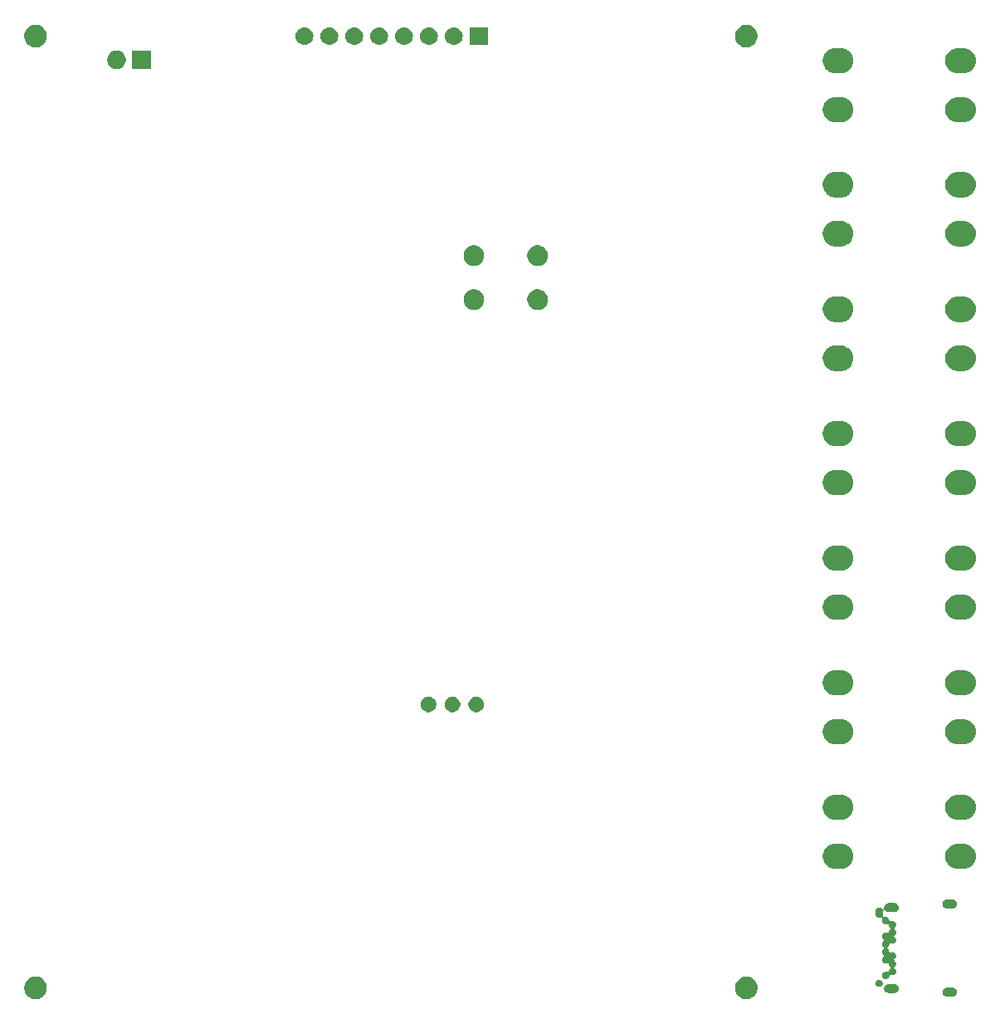
<source format=gbr>
%TF.GenerationSoftware,KiCad,Pcbnew,5.1.2*%
%TF.CreationDate,2019-07-09T23:39:58+10:00*%
%TF.ProjectId,eNo,654e6f2e-6b69-4636-9164-5f7063625858,rev?*%
%TF.SameCoordinates,Original*%
%TF.FileFunction,Soldermask,Bot*%
%TF.FilePolarity,Negative*%
%FSLAX46Y46*%
G04 Gerber Fmt 4.6, Leading zero omitted, Abs format (unit mm)*
G04 Created by KiCad (PCBNEW 5.1.2) date 2019-07-09 23:39:58*
%MOMM*%
%LPD*%
G04 APERTURE LIST*
%ADD10C,0.100000*%
G04 APERTURE END LIST*
D10*
G36*
X194661549Y-151779116D02*
G01*
X194772734Y-151801232D01*
X194920850Y-151862584D01*
X194971796Y-151883686D01*
X194982203Y-151887997D01*
X195170720Y-152013960D01*
X195331040Y-152174280D01*
X195457003Y-152362797D01*
X195543768Y-152572266D01*
X195559937Y-152653552D01*
X195588000Y-152794635D01*
X195588000Y-153021365D01*
X195579835Y-153062411D01*
X195543768Y-153243734D01*
X195499417Y-153350807D01*
X195469758Y-153422411D01*
X195457003Y-153453203D01*
X195331040Y-153641720D01*
X195170720Y-153802040D01*
X194982203Y-153928003D01*
X194772734Y-154014768D01*
X194661549Y-154036884D01*
X194550365Y-154059000D01*
X194323635Y-154059000D01*
X194212451Y-154036884D01*
X194101266Y-154014768D01*
X193891797Y-153928003D01*
X193703280Y-153802040D01*
X193542960Y-153641720D01*
X193416997Y-153453203D01*
X193404243Y-153422411D01*
X193374583Y-153350807D01*
X193330232Y-153243734D01*
X193294165Y-153062411D01*
X193286000Y-153021365D01*
X193286000Y-152794635D01*
X193314063Y-152653552D01*
X193330232Y-152572266D01*
X193416997Y-152362797D01*
X193542960Y-152174280D01*
X193703280Y-152013960D01*
X193891797Y-151887997D01*
X193902205Y-151883686D01*
X193953150Y-151862584D01*
X194101266Y-151801232D01*
X194212451Y-151779116D01*
X194323635Y-151757000D01*
X194550365Y-151757000D01*
X194661549Y-151779116D01*
X194661549Y-151779116D01*
G37*
G36*
X122144549Y-151779116D02*
G01*
X122255734Y-151801232D01*
X122403850Y-151862584D01*
X122454796Y-151883686D01*
X122465203Y-151887997D01*
X122653720Y-152013960D01*
X122814040Y-152174280D01*
X122940003Y-152362797D01*
X123026768Y-152572266D01*
X123042937Y-152653552D01*
X123071000Y-152794635D01*
X123071000Y-153021365D01*
X123062835Y-153062411D01*
X123026768Y-153243734D01*
X122982417Y-153350807D01*
X122952758Y-153422411D01*
X122940003Y-153453203D01*
X122814040Y-153641720D01*
X122653720Y-153802040D01*
X122465203Y-153928003D01*
X122255734Y-154014768D01*
X122144549Y-154036884D01*
X122033365Y-154059000D01*
X121806635Y-154059000D01*
X121695451Y-154036884D01*
X121584266Y-154014768D01*
X121374797Y-153928003D01*
X121186280Y-153802040D01*
X121025960Y-153641720D01*
X120899997Y-153453203D01*
X120887243Y-153422411D01*
X120857583Y-153350807D01*
X120813232Y-153243734D01*
X120777165Y-153062411D01*
X120769000Y-153021365D01*
X120769000Y-152794635D01*
X120797063Y-152653552D01*
X120813232Y-152572266D01*
X120899997Y-152362797D01*
X121025960Y-152174280D01*
X121186280Y-152013960D01*
X121374797Y-151887997D01*
X121385205Y-151883686D01*
X121436150Y-151862584D01*
X121584266Y-151801232D01*
X121695451Y-151779116D01*
X121806635Y-151757000D01*
X122033365Y-151757000D01*
X122144549Y-151779116D01*
X122144549Y-151779116D01*
G37*
G36*
X215572410Y-152889525D02*
G01*
X215657426Y-152915314D01*
X215735775Y-152957193D01*
X215804449Y-153013551D01*
X215860807Y-153082225D01*
X215902686Y-153160574D01*
X215928475Y-153245590D01*
X215937182Y-153334000D01*
X215928475Y-153422410D01*
X215902686Y-153507426D01*
X215860807Y-153585775D01*
X215804449Y-153654449D01*
X215735775Y-153710807D01*
X215657426Y-153752686D01*
X215572410Y-153778475D01*
X215506158Y-153785000D01*
X214861842Y-153785000D01*
X214795590Y-153778475D01*
X214710574Y-153752686D01*
X214632225Y-153710807D01*
X214563551Y-153654449D01*
X214507193Y-153585775D01*
X214465314Y-153507426D01*
X214439525Y-153422410D01*
X214430818Y-153334000D01*
X214439525Y-153245590D01*
X214465314Y-153160574D01*
X214507193Y-153082225D01*
X214563551Y-153013551D01*
X214632225Y-152957193D01*
X214710574Y-152915314D01*
X214795590Y-152889525D01*
X214861842Y-152883000D01*
X215506158Y-152883000D01*
X215572410Y-152889525D01*
X215572410Y-152889525D01*
G37*
G36*
X209622410Y-152529525D02*
G01*
X209707426Y-152555314D01*
X209785775Y-152597193D01*
X209854449Y-152653551D01*
X209910807Y-152722225D01*
X209952686Y-152800574D01*
X209978475Y-152885590D01*
X209987182Y-152974000D01*
X209978475Y-153062410D01*
X209952686Y-153147426D01*
X209910807Y-153225775D01*
X209854449Y-153294449D01*
X209785775Y-153350807D01*
X209707426Y-153392686D01*
X209622410Y-153418475D01*
X209556158Y-153425000D01*
X208911842Y-153425000D01*
X208845590Y-153418475D01*
X208760574Y-153392686D01*
X208682225Y-153350807D01*
X208613551Y-153294449D01*
X208557193Y-153225775D01*
X208515314Y-153147426D01*
X208489525Y-153062410D01*
X208480818Y-152974000D01*
X208489525Y-152885590D01*
X208515314Y-152800574D01*
X208557193Y-152722225D01*
X208613551Y-152653551D01*
X208682225Y-152597193D01*
X208760574Y-152555314D01*
X208845590Y-152529525D01*
X208911842Y-152523000D01*
X209556158Y-152523000D01*
X209622410Y-152529525D01*
X209622410Y-152529525D01*
G37*
G36*
X208093672Y-152082449D02*
G01*
X208093674Y-152082450D01*
X208093675Y-152082450D01*
X208162103Y-152110793D01*
X208223686Y-152151942D01*
X208276058Y-152204314D01*
X208317207Y-152265897D01*
X208345550Y-152334325D01*
X208360000Y-152406967D01*
X208360000Y-152481033D01*
X208345550Y-152553675D01*
X208317207Y-152622103D01*
X208276058Y-152683686D01*
X208223686Y-152736058D01*
X208162103Y-152777207D01*
X208093675Y-152805550D01*
X208093674Y-152805550D01*
X208093672Y-152805551D01*
X208021034Y-152820000D01*
X207946966Y-152820000D01*
X207874328Y-152805551D01*
X207874326Y-152805550D01*
X207874325Y-152805550D01*
X207805897Y-152777207D01*
X207744314Y-152736058D01*
X207691942Y-152683686D01*
X207650793Y-152622103D01*
X207622450Y-152553675D01*
X207608000Y-152481033D01*
X207608000Y-152406967D01*
X207622450Y-152334325D01*
X207650793Y-152265897D01*
X207691942Y-152204314D01*
X207744314Y-152151942D01*
X207805897Y-152110793D01*
X207874325Y-152082450D01*
X207874326Y-152082450D01*
X207874328Y-152082449D01*
X207946966Y-152068000D01*
X208021034Y-152068000D01*
X208093672Y-152082449D01*
X208093672Y-152082449D01*
G37*
G36*
X209622410Y-144269525D02*
G01*
X209707426Y-144295314D01*
X209785775Y-144337193D01*
X209854449Y-144393551D01*
X209910807Y-144462225D01*
X209952686Y-144540574D01*
X209978475Y-144625590D01*
X209987182Y-144714000D01*
X209978475Y-144802410D01*
X209952686Y-144887426D01*
X209910807Y-144965775D01*
X209854449Y-145034449D01*
X209785775Y-145090807D01*
X209707426Y-145132686D01*
X209622410Y-145158475D01*
X209556158Y-145165000D01*
X208911842Y-145165000D01*
X208845590Y-145158475D01*
X208760574Y-145132686D01*
X208682225Y-145090807D01*
X208613551Y-145034448D01*
X208581625Y-144995546D01*
X208564298Y-144978219D01*
X208543923Y-144964605D01*
X208521285Y-144955228D01*
X208497251Y-144950447D01*
X208472747Y-144950447D01*
X208448714Y-144955227D01*
X208426075Y-144964605D01*
X208405701Y-144978218D01*
X208388374Y-144995545D01*
X208374760Y-145015920D01*
X208365383Y-145038558D01*
X208360602Y-145062592D01*
X208360000Y-145074844D01*
X208360000Y-145412471D01*
X208354560Y-145467704D01*
X208354559Y-145467706D01*
X208354559Y-145467709D01*
X208333059Y-145538585D01*
X208333058Y-145538586D01*
X208332379Y-145540825D01*
X208327599Y-145564859D01*
X208327599Y-145589363D01*
X208332379Y-145613396D01*
X208341757Y-145636035D01*
X208355370Y-145656409D01*
X208372697Y-145673736D01*
X208393072Y-145687350D01*
X208415710Y-145696728D01*
X208439744Y-145701508D01*
X208464248Y-145701508D01*
X208488281Y-145696728D01*
X208499831Y-145692595D01*
X208524326Y-145682449D01*
X208596966Y-145668000D01*
X208671034Y-145668000D01*
X208743672Y-145682449D01*
X208743674Y-145682450D01*
X208743675Y-145682450D01*
X208812103Y-145710793D01*
X208873686Y-145751942D01*
X208926058Y-145804314D01*
X208967207Y-145865897D01*
X208991399Y-145924304D01*
X208995551Y-145934327D01*
X209010472Y-146009338D01*
X209017585Y-146032786D01*
X209029136Y-146054397D01*
X209044682Y-146073339D01*
X209063624Y-146088884D01*
X209085234Y-146100435D01*
X209108683Y-146107548D01*
X209133069Y-146109950D01*
X209157456Y-146107548D01*
X209180904Y-146100435D01*
X209224326Y-146082449D01*
X209296966Y-146068000D01*
X209371034Y-146068000D01*
X209443672Y-146082449D01*
X209443674Y-146082450D01*
X209443675Y-146082450D01*
X209512103Y-146110793D01*
X209573686Y-146151942D01*
X209626058Y-146204314D01*
X209667207Y-146265897D01*
X209695550Y-146334325D01*
X209695551Y-146334328D01*
X209710000Y-146406966D01*
X209710000Y-146481034D01*
X209695551Y-146553672D01*
X209695550Y-146553674D01*
X209695550Y-146553675D01*
X209667207Y-146622103D01*
X209626058Y-146683686D01*
X209573686Y-146736058D01*
X209567679Y-146740072D01*
X209548744Y-146755612D01*
X209533199Y-146774553D01*
X209521647Y-146796164D01*
X209514534Y-146819613D01*
X209512132Y-146843999D01*
X209514534Y-146868385D01*
X209521647Y-146891834D01*
X209533197Y-146913445D01*
X209548743Y-146932387D01*
X209567679Y-146947928D01*
X209573686Y-146951942D01*
X209626058Y-147004314D01*
X209667207Y-147065897D01*
X209695550Y-147134325D01*
X209695551Y-147134328D01*
X209710000Y-147206966D01*
X209710000Y-147281034D01*
X209709719Y-147282449D01*
X209695550Y-147353675D01*
X209667207Y-147422103D01*
X209626058Y-147483686D01*
X209573686Y-147536058D01*
X209567679Y-147540072D01*
X209548744Y-147555612D01*
X209533199Y-147574553D01*
X209521647Y-147596164D01*
X209514534Y-147619613D01*
X209512132Y-147643999D01*
X209514534Y-147668385D01*
X209521647Y-147691834D01*
X209533197Y-147713445D01*
X209548743Y-147732387D01*
X209567679Y-147747928D01*
X209573686Y-147751942D01*
X209626058Y-147804314D01*
X209667207Y-147865897D01*
X209695550Y-147934325D01*
X209695551Y-147934328D01*
X209710000Y-148006966D01*
X209710000Y-148081034D01*
X209699785Y-148132388D01*
X209695550Y-148153675D01*
X209667207Y-148222103D01*
X209626058Y-148283686D01*
X209573686Y-148336058D01*
X209512103Y-148377207D01*
X209443675Y-148405550D01*
X209443674Y-148405550D01*
X209443672Y-148405551D01*
X209371034Y-148420000D01*
X209296966Y-148420000D01*
X209224326Y-148405551D01*
X209180904Y-148387565D01*
X209157455Y-148380452D01*
X209133069Y-148378050D01*
X209108683Y-148380452D01*
X209085234Y-148387565D01*
X209063624Y-148399116D01*
X209044682Y-148414661D01*
X209029136Y-148433603D01*
X209017585Y-148455214D01*
X209010472Y-148478662D01*
X208995551Y-148553673D01*
X208995550Y-148553675D01*
X208967207Y-148622103D01*
X208926058Y-148683686D01*
X208873686Y-148736058D01*
X208867679Y-148740072D01*
X208848744Y-148755612D01*
X208833199Y-148774553D01*
X208821647Y-148796164D01*
X208814534Y-148819613D01*
X208812132Y-148843999D01*
X208814534Y-148868385D01*
X208821647Y-148891834D01*
X208833197Y-148913445D01*
X208848743Y-148932387D01*
X208867679Y-148947928D01*
X208873686Y-148951942D01*
X208926058Y-149004314D01*
X208967207Y-149065897D01*
X208991399Y-149124304D01*
X208995551Y-149134327D01*
X209010472Y-149209338D01*
X209017585Y-149232786D01*
X209029136Y-149254397D01*
X209044682Y-149273339D01*
X209063624Y-149288884D01*
X209085234Y-149300435D01*
X209108683Y-149307548D01*
X209133069Y-149309950D01*
X209157456Y-149307548D01*
X209180904Y-149300435D01*
X209224326Y-149282449D01*
X209296966Y-149268000D01*
X209371034Y-149268000D01*
X209443672Y-149282449D01*
X209443674Y-149282450D01*
X209443675Y-149282450D01*
X209512103Y-149310793D01*
X209573686Y-149351942D01*
X209626058Y-149404314D01*
X209667207Y-149465897D01*
X209695550Y-149534325D01*
X209695551Y-149534328D01*
X209710000Y-149606966D01*
X209710000Y-149681034D01*
X209699785Y-149732388D01*
X209695550Y-149753675D01*
X209667207Y-149822103D01*
X209626058Y-149883686D01*
X209573686Y-149936058D01*
X209567679Y-149940072D01*
X209548744Y-149955612D01*
X209533199Y-149974553D01*
X209521647Y-149996164D01*
X209514534Y-150019613D01*
X209512132Y-150043999D01*
X209514534Y-150068385D01*
X209521647Y-150091834D01*
X209533197Y-150113445D01*
X209548743Y-150132387D01*
X209567679Y-150147928D01*
X209573686Y-150151942D01*
X209626058Y-150204314D01*
X209667207Y-150265897D01*
X209695550Y-150334325D01*
X209695551Y-150334328D01*
X209710000Y-150406966D01*
X209710000Y-150481034D01*
X209695551Y-150553672D01*
X209695550Y-150553674D01*
X209695550Y-150553675D01*
X209667207Y-150622103D01*
X209626058Y-150683686D01*
X209573686Y-150736058D01*
X209567679Y-150740072D01*
X209548744Y-150755612D01*
X209533199Y-150774553D01*
X209521647Y-150796164D01*
X209514534Y-150819613D01*
X209512132Y-150843999D01*
X209514534Y-150868385D01*
X209521647Y-150891834D01*
X209533197Y-150913445D01*
X209548743Y-150932387D01*
X209567679Y-150947928D01*
X209573686Y-150951942D01*
X209626058Y-151004314D01*
X209667207Y-151065897D01*
X209695550Y-151134325D01*
X209695551Y-151134328D01*
X209710000Y-151206966D01*
X209710000Y-151281034D01*
X209709719Y-151282449D01*
X209695550Y-151353675D01*
X209667207Y-151422103D01*
X209626058Y-151483686D01*
X209573686Y-151536058D01*
X209512103Y-151577207D01*
X209443675Y-151605550D01*
X209443674Y-151605550D01*
X209443672Y-151605551D01*
X209371034Y-151620000D01*
X209296966Y-151620000D01*
X209224326Y-151605551D01*
X209180904Y-151587565D01*
X209157455Y-151580452D01*
X209133069Y-151578050D01*
X209108683Y-151580452D01*
X209085234Y-151587565D01*
X209063624Y-151599116D01*
X209044682Y-151614661D01*
X209029136Y-151633603D01*
X209017585Y-151655214D01*
X209010472Y-151678662D01*
X208995551Y-151753673D01*
X208995550Y-151753675D01*
X208967207Y-151822103D01*
X208926058Y-151883686D01*
X208873686Y-151936058D01*
X208812103Y-151977207D01*
X208743675Y-152005550D01*
X208743674Y-152005550D01*
X208743672Y-152005551D01*
X208671034Y-152020000D01*
X208596966Y-152020000D01*
X208524328Y-152005551D01*
X208524326Y-152005550D01*
X208524325Y-152005550D01*
X208455897Y-151977207D01*
X208394314Y-151936058D01*
X208341942Y-151883686D01*
X208300793Y-151822103D01*
X208272450Y-151753675D01*
X208272450Y-151753674D01*
X208272449Y-151753672D01*
X208258000Y-151681034D01*
X208258000Y-151606966D01*
X208272449Y-151534328D01*
X208272450Y-151534325D01*
X208300793Y-151465897D01*
X208341942Y-151404314D01*
X208394314Y-151351942D01*
X208455897Y-151310793D01*
X208524325Y-151282450D01*
X208524326Y-151282450D01*
X208524328Y-151282449D01*
X208596966Y-151268000D01*
X208671034Y-151268000D01*
X208743674Y-151282449D01*
X208787096Y-151300435D01*
X208810545Y-151307548D01*
X208834931Y-151309950D01*
X208859317Y-151307548D01*
X208882766Y-151300435D01*
X208904376Y-151288884D01*
X208923318Y-151273339D01*
X208938864Y-151254397D01*
X208950415Y-151232786D01*
X208957528Y-151209338D01*
X208972449Y-151134327D01*
X208976601Y-151124304D01*
X209000793Y-151065897D01*
X209041942Y-151004314D01*
X209094314Y-150951942D01*
X209100321Y-150947928D01*
X209119256Y-150932388D01*
X209134801Y-150913447D01*
X209146353Y-150891836D01*
X209153466Y-150868387D01*
X209155868Y-150844001D01*
X209153466Y-150819615D01*
X209146353Y-150796166D01*
X209134803Y-150774555D01*
X209119257Y-150755613D01*
X209100321Y-150740072D01*
X209094314Y-150736058D01*
X209041942Y-150683686D01*
X209000793Y-150622103D01*
X208972450Y-150553675D01*
X208972449Y-150553673D01*
X208957528Y-150478662D01*
X208950415Y-150455214D01*
X208938864Y-150433603D01*
X208923318Y-150414661D01*
X208904376Y-150399116D01*
X208882766Y-150387565D01*
X208859317Y-150380452D01*
X208834931Y-150378050D01*
X208810544Y-150380452D01*
X208787096Y-150387565D01*
X208743674Y-150405551D01*
X208671034Y-150420000D01*
X208596966Y-150420000D01*
X208524328Y-150405551D01*
X208524326Y-150405550D01*
X208524325Y-150405550D01*
X208455897Y-150377207D01*
X208394314Y-150336058D01*
X208341942Y-150283686D01*
X208300793Y-150222103D01*
X208272450Y-150153675D01*
X208260149Y-150091834D01*
X208258000Y-150081034D01*
X208258000Y-150006966D01*
X208272449Y-149934328D01*
X208272450Y-149934325D01*
X208300793Y-149865897D01*
X208341942Y-149804314D01*
X208394314Y-149751942D01*
X208400321Y-149747928D01*
X208419256Y-149732388D01*
X208434801Y-149713447D01*
X208446353Y-149691836D01*
X208453466Y-149668387D01*
X208455868Y-149644001D01*
X208453466Y-149619615D01*
X208446353Y-149596166D01*
X208434803Y-149574555D01*
X208419257Y-149555613D01*
X208400321Y-149540072D01*
X208394314Y-149536058D01*
X208341942Y-149483686D01*
X208300793Y-149422103D01*
X208272450Y-149353675D01*
X208258282Y-149282449D01*
X208258000Y-149281034D01*
X208258000Y-149206966D01*
X208272449Y-149134328D01*
X208272450Y-149134325D01*
X208300793Y-149065897D01*
X208341942Y-149004314D01*
X208394314Y-148951942D01*
X208400321Y-148947928D01*
X208419256Y-148932388D01*
X208434801Y-148913447D01*
X208446353Y-148891836D01*
X208453466Y-148868387D01*
X208455868Y-148844001D01*
X208453466Y-148819615D01*
X208446353Y-148796166D01*
X208434803Y-148774555D01*
X208419257Y-148755613D01*
X208400321Y-148740072D01*
X208394314Y-148736058D01*
X208341942Y-148683686D01*
X208300793Y-148622103D01*
X208272450Y-148553675D01*
X208272450Y-148553674D01*
X208272449Y-148553672D01*
X208258000Y-148481034D01*
X208258000Y-148406966D01*
X208272449Y-148334328D01*
X208272450Y-148334325D01*
X208300793Y-148265897D01*
X208341942Y-148204314D01*
X208394314Y-148151942D01*
X208400321Y-148147928D01*
X208419256Y-148132388D01*
X208434801Y-148113447D01*
X208446353Y-148091836D01*
X208453466Y-148068387D01*
X208455868Y-148044001D01*
X208453466Y-148019615D01*
X208446353Y-147996166D01*
X208434803Y-147974555D01*
X208419257Y-147955613D01*
X208400321Y-147940072D01*
X208394314Y-147936058D01*
X208341942Y-147883686D01*
X208300793Y-147822103D01*
X208272450Y-147753675D01*
X208260149Y-147691834D01*
X208258000Y-147681034D01*
X208258000Y-147606966D01*
X208272449Y-147534328D01*
X208272450Y-147534325D01*
X208300793Y-147465897D01*
X208341942Y-147404314D01*
X208394314Y-147351942D01*
X208455897Y-147310793D01*
X208524325Y-147282450D01*
X208524326Y-147282450D01*
X208524328Y-147282449D01*
X208596966Y-147268000D01*
X208671034Y-147268000D01*
X208743674Y-147282449D01*
X208787096Y-147300435D01*
X208810545Y-147307548D01*
X208834931Y-147309950D01*
X208859317Y-147307548D01*
X208882766Y-147300435D01*
X208904376Y-147288884D01*
X208923318Y-147273339D01*
X208938864Y-147254397D01*
X208950415Y-147232786D01*
X208957528Y-147209338D01*
X208972449Y-147134327D01*
X208976601Y-147124304D01*
X209000793Y-147065897D01*
X209041942Y-147004314D01*
X209094314Y-146951942D01*
X209100321Y-146947928D01*
X209119256Y-146932388D01*
X209134801Y-146913447D01*
X209146353Y-146891836D01*
X209153466Y-146868387D01*
X209155868Y-146844001D01*
X209153466Y-146819615D01*
X209146353Y-146796166D01*
X209134803Y-146774555D01*
X209119257Y-146755613D01*
X209100321Y-146740072D01*
X209094314Y-146736058D01*
X209041942Y-146683686D01*
X209000793Y-146622103D01*
X208972450Y-146553675D01*
X208972449Y-146553673D01*
X208957528Y-146478662D01*
X208950415Y-146455214D01*
X208938864Y-146433603D01*
X208923318Y-146414661D01*
X208904376Y-146399116D01*
X208882766Y-146387565D01*
X208859317Y-146380452D01*
X208834931Y-146378050D01*
X208810544Y-146380452D01*
X208787096Y-146387565D01*
X208743674Y-146405551D01*
X208671034Y-146420000D01*
X208596966Y-146420000D01*
X208524328Y-146405551D01*
X208524326Y-146405550D01*
X208524325Y-146405550D01*
X208455897Y-146377207D01*
X208394314Y-146336058D01*
X208341942Y-146283686D01*
X208300793Y-146222103D01*
X208272450Y-146153675D01*
X208258282Y-146082449D01*
X208258000Y-146081034D01*
X208258000Y-146006966D01*
X208272449Y-145934326D01*
X208282595Y-145909831D01*
X208289708Y-145886382D01*
X208292110Y-145861996D01*
X208289708Y-145837610D01*
X208282595Y-145814161D01*
X208271044Y-145792550D01*
X208255499Y-145773608D01*
X208236557Y-145758063D01*
X208214946Y-145746512D01*
X208191497Y-145739399D01*
X208167111Y-145736997D01*
X208142725Y-145739399D01*
X208130825Y-145742380D01*
X208057710Y-145764560D01*
X207984000Y-145771819D01*
X207910291Y-145764560D01*
X207839416Y-145743060D01*
X207774097Y-145708146D01*
X207716842Y-145661159D01*
X207669855Y-145603904D01*
X207648985Y-145564859D01*
X207634941Y-145538585D01*
X207624191Y-145503147D01*
X207613440Y-145467708D01*
X207608000Y-145412472D01*
X207608000Y-145075529D01*
X207613440Y-145020291D01*
X207634940Y-144949417D01*
X207669855Y-144884094D01*
X207716841Y-144826841D01*
X207774096Y-144779854D01*
X207839415Y-144744940D01*
X207910290Y-144723440D01*
X207984000Y-144716181D01*
X208057709Y-144723440D01*
X208128583Y-144744940D01*
X208193906Y-144779855D01*
X208251158Y-144826841D01*
X208263355Y-144841703D01*
X208280682Y-144859030D01*
X208301056Y-144872644D01*
X208323695Y-144882021D01*
X208347728Y-144886802D01*
X208372232Y-144886802D01*
X208396265Y-144882022D01*
X208418904Y-144872645D01*
X208439279Y-144859031D01*
X208456606Y-144841704D01*
X208470220Y-144821330D01*
X208479597Y-144798691D01*
X208484378Y-144774658D01*
X208484378Y-144750154D01*
X208480818Y-144714001D01*
X208489525Y-144625590D01*
X208515314Y-144540574D01*
X208557193Y-144462225D01*
X208613551Y-144393551D01*
X208682225Y-144337193D01*
X208760574Y-144295314D01*
X208845590Y-144269525D01*
X208911842Y-144263000D01*
X209556158Y-144263000D01*
X209622410Y-144269525D01*
X209622410Y-144269525D01*
G37*
G36*
X215572410Y-143909525D02*
G01*
X215657426Y-143935314D01*
X215735775Y-143977193D01*
X215804449Y-144033551D01*
X215860807Y-144102225D01*
X215902686Y-144180574D01*
X215928475Y-144265590D01*
X215937182Y-144354000D01*
X215928475Y-144442410D01*
X215902686Y-144527426D01*
X215860807Y-144605775D01*
X215804449Y-144674449D01*
X215735775Y-144730807D01*
X215657426Y-144772686D01*
X215572410Y-144798475D01*
X215506158Y-144805000D01*
X214861842Y-144805000D01*
X214795590Y-144798475D01*
X214710574Y-144772686D01*
X214632225Y-144730807D01*
X214563551Y-144674449D01*
X214507193Y-144605775D01*
X214465314Y-144527426D01*
X214439525Y-144442410D01*
X214430818Y-144354000D01*
X214439525Y-144265590D01*
X214465314Y-144180574D01*
X214507193Y-144102225D01*
X214563551Y-144033551D01*
X214632225Y-143977193D01*
X214710574Y-143935314D01*
X214795590Y-143909525D01*
X214861842Y-143903000D01*
X215506158Y-143903000D01*
X215572410Y-143909525D01*
X215572410Y-143909525D01*
G37*
G36*
X216697473Y-138201413D02*
G01*
X216793040Y-138210825D01*
X217038280Y-138285218D01*
X217264294Y-138406025D01*
X217315899Y-138448376D01*
X217462397Y-138568603D01*
X217582624Y-138715101D01*
X217624975Y-138766706D01*
X217745782Y-138992720D01*
X217820175Y-139237960D01*
X217845294Y-139493000D01*
X217820175Y-139748040D01*
X217745782Y-139993280D01*
X217624975Y-140219294D01*
X217582624Y-140270899D01*
X217462397Y-140417397D01*
X217315899Y-140537624D01*
X217264294Y-140579975D01*
X217038280Y-140700782D01*
X216793040Y-140775175D01*
X216697472Y-140784588D01*
X216601906Y-140794000D01*
X215974094Y-140794000D01*
X215878528Y-140784588D01*
X215782960Y-140775175D01*
X215537720Y-140700782D01*
X215311706Y-140579975D01*
X215260101Y-140537624D01*
X215113603Y-140417397D01*
X214993376Y-140270899D01*
X214951025Y-140219294D01*
X214830218Y-139993280D01*
X214755825Y-139748040D01*
X214730706Y-139493000D01*
X214755825Y-139237960D01*
X214830218Y-138992720D01*
X214951025Y-138766706D01*
X214993376Y-138715101D01*
X215113603Y-138568603D01*
X215260101Y-138448376D01*
X215311706Y-138406025D01*
X215537720Y-138285218D01*
X215782960Y-138210825D01*
X215878527Y-138201413D01*
X215974094Y-138192000D01*
X216601906Y-138192000D01*
X216697473Y-138201413D01*
X216697473Y-138201413D01*
G37*
G36*
X204197473Y-138201413D02*
G01*
X204293040Y-138210825D01*
X204538280Y-138285218D01*
X204764294Y-138406025D01*
X204815899Y-138448376D01*
X204962397Y-138568603D01*
X205082624Y-138715101D01*
X205124975Y-138766706D01*
X205245782Y-138992720D01*
X205320175Y-139237960D01*
X205345294Y-139493000D01*
X205320175Y-139748040D01*
X205245782Y-139993280D01*
X205124975Y-140219294D01*
X205082624Y-140270899D01*
X204962397Y-140417397D01*
X204815899Y-140537624D01*
X204764294Y-140579975D01*
X204538280Y-140700782D01*
X204293040Y-140775175D01*
X204197472Y-140784588D01*
X204101906Y-140794000D01*
X203474094Y-140794000D01*
X203378528Y-140784588D01*
X203282960Y-140775175D01*
X203037720Y-140700782D01*
X202811706Y-140579975D01*
X202760101Y-140537624D01*
X202613603Y-140417397D01*
X202493376Y-140270899D01*
X202451025Y-140219294D01*
X202330218Y-139993280D01*
X202255825Y-139748040D01*
X202230706Y-139493000D01*
X202255825Y-139237960D01*
X202330218Y-138992720D01*
X202451025Y-138766706D01*
X202493376Y-138715101D01*
X202613603Y-138568603D01*
X202760101Y-138448376D01*
X202811706Y-138406025D01*
X203037720Y-138285218D01*
X203282960Y-138210825D01*
X203378527Y-138201413D01*
X203474094Y-138192000D01*
X204101906Y-138192000D01*
X204197473Y-138201413D01*
X204197473Y-138201413D01*
G37*
G36*
X216697472Y-133201412D02*
G01*
X216793040Y-133210825D01*
X217038280Y-133285218D01*
X217264294Y-133406025D01*
X217315899Y-133448376D01*
X217462397Y-133568603D01*
X217582624Y-133715101D01*
X217624975Y-133766706D01*
X217745782Y-133992720D01*
X217820175Y-134237960D01*
X217845294Y-134493000D01*
X217820175Y-134748040D01*
X217745782Y-134993280D01*
X217624975Y-135219294D01*
X217582624Y-135270899D01*
X217462397Y-135417397D01*
X217315899Y-135537624D01*
X217264294Y-135579975D01*
X217038280Y-135700782D01*
X216793040Y-135775175D01*
X216697472Y-135784588D01*
X216601906Y-135794000D01*
X215974094Y-135794000D01*
X215878528Y-135784588D01*
X215782960Y-135775175D01*
X215537720Y-135700782D01*
X215311706Y-135579975D01*
X215260101Y-135537624D01*
X215113603Y-135417397D01*
X214993376Y-135270899D01*
X214951025Y-135219294D01*
X214830218Y-134993280D01*
X214755825Y-134748040D01*
X214730706Y-134493000D01*
X214755825Y-134237960D01*
X214830218Y-133992720D01*
X214951025Y-133766706D01*
X214993376Y-133715101D01*
X215113603Y-133568603D01*
X215260101Y-133448376D01*
X215311706Y-133406025D01*
X215537720Y-133285218D01*
X215782960Y-133210825D01*
X215878528Y-133201412D01*
X215974094Y-133192000D01*
X216601906Y-133192000D01*
X216697472Y-133201412D01*
X216697472Y-133201412D01*
G37*
G36*
X204197472Y-133201412D02*
G01*
X204293040Y-133210825D01*
X204538280Y-133285218D01*
X204764294Y-133406025D01*
X204815899Y-133448376D01*
X204962397Y-133568603D01*
X205082624Y-133715101D01*
X205124975Y-133766706D01*
X205245782Y-133992720D01*
X205320175Y-134237960D01*
X205345294Y-134493000D01*
X205320175Y-134748040D01*
X205245782Y-134993280D01*
X205124975Y-135219294D01*
X205082624Y-135270899D01*
X204962397Y-135417397D01*
X204815899Y-135537624D01*
X204764294Y-135579975D01*
X204538280Y-135700782D01*
X204293040Y-135775175D01*
X204197472Y-135784588D01*
X204101906Y-135794000D01*
X203474094Y-135794000D01*
X203378528Y-135784588D01*
X203282960Y-135775175D01*
X203037720Y-135700782D01*
X202811706Y-135579975D01*
X202760101Y-135537624D01*
X202613603Y-135417397D01*
X202493376Y-135270899D01*
X202451025Y-135219294D01*
X202330218Y-134993280D01*
X202255825Y-134748040D01*
X202230706Y-134493000D01*
X202255825Y-134237960D01*
X202330218Y-133992720D01*
X202451025Y-133766706D01*
X202493376Y-133715101D01*
X202613603Y-133568603D01*
X202760101Y-133448376D01*
X202811706Y-133406025D01*
X203037720Y-133285218D01*
X203282960Y-133210825D01*
X203378528Y-133201412D01*
X203474094Y-133192000D01*
X204101906Y-133192000D01*
X204197472Y-133201412D01*
X204197472Y-133201412D01*
G37*
G36*
X204197473Y-125501413D02*
G01*
X204293040Y-125510825D01*
X204538280Y-125585218D01*
X204764294Y-125706025D01*
X204815899Y-125748376D01*
X204962397Y-125868603D01*
X205082624Y-126015101D01*
X205124975Y-126066706D01*
X205245782Y-126292720D01*
X205320175Y-126537960D01*
X205345294Y-126793000D01*
X205320175Y-127048040D01*
X205245782Y-127293280D01*
X205124975Y-127519294D01*
X205082624Y-127570899D01*
X204962397Y-127717397D01*
X204815899Y-127837624D01*
X204764294Y-127879975D01*
X204538280Y-128000782D01*
X204293040Y-128075175D01*
X204197473Y-128084587D01*
X204101906Y-128094000D01*
X203474094Y-128094000D01*
X203378527Y-128084587D01*
X203282960Y-128075175D01*
X203037720Y-128000782D01*
X202811706Y-127879975D01*
X202760101Y-127837624D01*
X202613603Y-127717397D01*
X202493376Y-127570899D01*
X202451025Y-127519294D01*
X202330218Y-127293280D01*
X202255825Y-127048040D01*
X202230706Y-126793000D01*
X202255825Y-126537960D01*
X202330218Y-126292720D01*
X202451025Y-126066706D01*
X202493376Y-126015101D01*
X202613603Y-125868603D01*
X202760101Y-125748376D01*
X202811706Y-125706025D01*
X203037720Y-125585218D01*
X203282960Y-125510825D01*
X203378527Y-125501413D01*
X203474094Y-125492000D01*
X204101906Y-125492000D01*
X204197473Y-125501413D01*
X204197473Y-125501413D01*
G37*
G36*
X216697473Y-125501413D02*
G01*
X216793040Y-125510825D01*
X217038280Y-125585218D01*
X217264294Y-125706025D01*
X217315899Y-125748376D01*
X217462397Y-125868603D01*
X217582624Y-126015101D01*
X217624975Y-126066706D01*
X217745782Y-126292720D01*
X217820175Y-126537960D01*
X217845294Y-126793000D01*
X217820175Y-127048040D01*
X217745782Y-127293280D01*
X217624975Y-127519294D01*
X217582624Y-127570899D01*
X217462397Y-127717397D01*
X217315899Y-127837624D01*
X217264294Y-127879975D01*
X217038280Y-128000782D01*
X216793040Y-128075175D01*
X216697473Y-128084587D01*
X216601906Y-128094000D01*
X215974094Y-128094000D01*
X215878527Y-128084587D01*
X215782960Y-128075175D01*
X215537720Y-128000782D01*
X215311706Y-127879975D01*
X215260101Y-127837624D01*
X215113603Y-127717397D01*
X214993376Y-127570899D01*
X214951025Y-127519294D01*
X214830218Y-127293280D01*
X214755825Y-127048040D01*
X214730706Y-126793000D01*
X214755825Y-126537960D01*
X214830218Y-126292720D01*
X214951025Y-126066706D01*
X214993376Y-126015101D01*
X215113603Y-125868603D01*
X215260101Y-125748376D01*
X215311706Y-125706025D01*
X215537720Y-125585218D01*
X215782960Y-125510825D01*
X215878527Y-125501413D01*
X215974094Y-125492000D01*
X216601906Y-125492000D01*
X216697473Y-125501413D01*
X216697473Y-125501413D01*
G37*
G36*
X162234842Y-123232581D02*
G01*
X162380614Y-123292962D01*
X162380616Y-123292963D01*
X162511808Y-123380622D01*
X162623378Y-123492192D01*
X162711037Y-123623384D01*
X162711038Y-123623386D01*
X162771419Y-123769158D01*
X162802200Y-123923907D01*
X162802200Y-124081693D01*
X162771419Y-124236442D01*
X162711038Y-124382214D01*
X162711037Y-124382216D01*
X162623378Y-124513408D01*
X162511808Y-124624978D01*
X162380616Y-124712637D01*
X162380615Y-124712638D01*
X162380614Y-124712638D01*
X162234842Y-124773019D01*
X162080093Y-124803800D01*
X161922307Y-124803800D01*
X161767558Y-124773019D01*
X161621786Y-124712638D01*
X161621785Y-124712638D01*
X161621784Y-124712637D01*
X161490592Y-124624978D01*
X161379022Y-124513408D01*
X161291363Y-124382216D01*
X161291362Y-124382214D01*
X161230981Y-124236442D01*
X161200200Y-124081693D01*
X161200200Y-123923907D01*
X161230981Y-123769158D01*
X161291362Y-123623386D01*
X161291363Y-123623384D01*
X161379022Y-123492192D01*
X161490592Y-123380622D01*
X161621784Y-123292963D01*
X161621786Y-123292962D01*
X161767558Y-123232581D01*
X161922307Y-123201800D01*
X162080093Y-123201800D01*
X162234842Y-123232581D01*
X162234842Y-123232581D01*
G37*
G36*
X167114842Y-123232581D02*
G01*
X167260614Y-123292962D01*
X167260616Y-123292963D01*
X167391808Y-123380622D01*
X167503378Y-123492192D01*
X167591037Y-123623384D01*
X167591038Y-123623386D01*
X167651419Y-123769158D01*
X167682200Y-123923907D01*
X167682200Y-124081693D01*
X167651419Y-124236442D01*
X167591038Y-124382214D01*
X167591037Y-124382216D01*
X167503378Y-124513408D01*
X167391808Y-124624978D01*
X167260616Y-124712637D01*
X167260615Y-124712638D01*
X167260614Y-124712638D01*
X167114842Y-124773019D01*
X166960093Y-124803800D01*
X166802307Y-124803800D01*
X166647558Y-124773019D01*
X166501786Y-124712638D01*
X166501785Y-124712638D01*
X166501784Y-124712637D01*
X166370592Y-124624978D01*
X166259022Y-124513408D01*
X166171363Y-124382216D01*
X166171362Y-124382214D01*
X166110981Y-124236442D01*
X166080200Y-124081693D01*
X166080200Y-123923907D01*
X166110981Y-123769158D01*
X166171362Y-123623386D01*
X166171363Y-123623384D01*
X166259022Y-123492192D01*
X166370592Y-123380622D01*
X166501784Y-123292963D01*
X166501786Y-123292962D01*
X166647558Y-123232581D01*
X166802307Y-123201800D01*
X166960093Y-123201800D01*
X167114842Y-123232581D01*
X167114842Y-123232581D01*
G37*
G36*
X164674842Y-123232581D02*
G01*
X164820614Y-123292962D01*
X164820616Y-123292963D01*
X164951808Y-123380622D01*
X165063378Y-123492192D01*
X165151037Y-123623384D01*
X165151038Y-123623386D01*
X165211419Y-123769158D01*
X165242200Y-123923907D01*
X165242200Y-124081693D01*
X165211419Y-124236442D01*
X165151038Y-124382214D01*
X165151037Y-124382216D01*
X165063378Y-124513408D01*
X164951808Y-124624978D01*
X164820616Y-124712637D01*
X164820615Y-124712638D01*
X164820614Y-124712638D01*
X164674842Y-124773019D01*
X164520093Y-124803800D01*
X164362307Y-124803800D01*
X164207558Y-124773019D01*
X164061786Y-124712638D01*
X164061785Y-124712638D01*
X164061784Y-124712637D01*
X163930592Y-124624978D01*
X163819022Y-124513408D01*
X163731363Y-124382216D01*
X163731362Y-124382214D01*
X163670981Y-124236442D01*
X163640200Y-124081693D01*
X163640200Y-123923907D01*
X163670981Y-123769158D01*
X163731362Y-123623386D01*
X163731363Y-123623384D01*
X163819022Y-123492192D01*
X163930592Y-123380622D01*
X164061784Y-123292963D01*
X164061786Y-123292962D01*
X164207558Y-123232581D01*
X164362307Y-123201800D01*
X164520093Y-123201800D01*
X164674842Y-123232581D01*
X164674842Y-123232581D01*
G37*
G36*
X216697472Y-120501412D02*
G01*
X216793040Y-120510825D01*
X217038280Y-120585218D01*
X217264294Y-120706025D01*
X217315899Y-120748376D01*
X217462397Y-120868603D01*
X217582624Y-121015101D01*
X217624975Y-121066706D01*
X217745782Y-121292720D01*
X217820175Y-121537960D01*
X217845294Y-121793000D01*
X217820175Y-122048040D01*
X217745782Y-122293280D01*
X217624975Y-122519294D01*
X217582624Y-122570899D01*
X217462397Y-122717397D01*
X217315899Y-122837624D01*
X217264294Y-122879975D01*
X217038280Y-123000782D01*
X216793040Y-123075175D01*
X216697472Y-123084588D01*
X216601906Y-123094000D01*
X215974094Y-123094000D01*
X215878528Y-123084588D01*
X215782960Y-123075175D01*
X215537720Y-123000782D01*
X215311706Y-122879975D01*
X215260101Y-122837624D01*
X215113603Y-122717397D01*
X214993376Y-122570899D01*
X214951025Y-122519294D01*
X214830218Y-122293280D01*
X214755825Y-122048040D01*
X214730706Y-121793000D01*
X214755825Y-121537960D01*
X214830218Y-121292720D01*
X214951025Y-121066706D01*
X214993376Y-121015101D01*
X215113603Y-120868603D01*
X215260101Y-120748376D01*
X215311706Y-120706025D01*
X215537720Y-120585218D01*
X215782960Y-120510825D01*
X215878528Y-120501412D01*
X215974094Y-120492000D01*
X216601906Y-120492000D01*
X216697472Y-120501412D01*
X216697472Y-120501412D01*
G37*
G36*
X204197472Y-120501412D02*
G01*
X204293040Y-120510825D01*
X204538280Y-120585218D01*
X204764294Y-120706025D01*
X204815899Y-120748376D01*
X204962397Y-120868603D01*
X205082624Y-121015101D01*
X205124975Y-121066706D01*
X205245782Y-121292720D01*
X205320175Y-121537960D01*
X205345294Y-121793000D01*
X205320175Y-122048040D01*
X205245782Y-122293280D01*
X205124975Y-122519294D01*
X205082624Y-122570899D01*
X204962397Y-122717397D01*
X204815899Y-122837624D01*
X204764294Y-122879975D01*
X204538280Y-123000782D01*
X204293040Y-123075175D01*
X204197472Y-123084588D01*
X204101906Y-123094000D01*
X203474094Y-123094000D01*
X203378528Y-123084588D01*
X203282960Y-123075175D01*
X203037720Y-123000782D01*
X202811706Y-122879975D01*
X202760101Y-122837624D01*
X202613603Y-122717397D01*
X202493376Y-122570899D01*
X202451025Y-122519294D01*
X202330218Y-122293280D01*
X202255825Y-122048040D01*
X202230706Y-121793000D01*
X202255825Y-121537960D01*
X202330218Y-121292720D01*
X202451025Y-121066706D01*
X202493376Y-121015101D01*
X202613603Y-120868603D01*
X202760101Y-120748376D01*
X202811706Y-120706025D01*
X203037720Y-120585218D01*
X203282960Y-120510825D01*
X203378528Y-120501412D01*
X203474094Y-120492000D01*
X204101906Y-120492000D01*
X204197472Y-120501412D01*
X204197472Y-120501412D01*
G37*
G36*
X204197472Y-112801412D02*
G01*
X204293040Y-112810825D01*
X204538280Y-112885218D01*
X204764294Y-113006025D01*
X204815899Y-113048376D01*
X204962397Y-113168603D01*
X205082624Y-113315101D01*
X205124975Y-113366706D01*
X205245782Y-113592720D01*
X205320175Y-113837960D01*
X205345294Y-114093000D01*
X205320175Y-114348040D01*
X205245782Y-114593280D01*
X205124975Y-114819294D01*
X205082624Y-114870899D01*
X204962397Y-115017397D01*
X204815899Y-115137624D01*
X204764294Y-115179975D01*
X204538280Y-115300782D01*
X204293040Y-115375175D01*
X204197472Y-115384588D01*
X204101906Y-115394000D01*
X203474094Y-115394000D01*
X203378528Y-115384588D01*
X203282960Y-115375175D01*
X203037720Y-115300782D01*
X202811706Y-115179975D01*
X202760101Y-115137624D01*
X202613603Y-115017397D01*
X202493376Y-114870899D01*
X202451025Y-114819294D01*
X202330218Y-114593280D01*
X202255825Y-114348040D01*
X202230706Y-114093000D01*
X202255825Y-113837960D01*
X202330218Y-113592720D01*
X202451025Y-113366706D01*
X202493376Y-113315101D01*
X202613603Y-113168603D01*
X202760101Y-113048376D01*
X202811706Y-113006025D01*
X203037720Y-112885218D01*
X203282960Y-112810825D01*
X203378528Y-112801412D01*
X203474094Y-112792000D01*
X204101906Y-112792000D01*
X204197472Y-112801412D01*
X204197472Y-112801412D01*
G37*
G36*
X216697472Y-112801412D02*
G01*
X216793040Y-112810825D01*
X217038280Y-112885218D01*
X217264294Y-113006025D01*
X217315899Y-113048376D01*
X217462397Y-113168603D01*
X217582624Y-113315101D01*
X217624975Y-113366706D01*
X217745782Y-113592720D01*
X217820175Y-113837960D01*
X217845294Y-114093000D01*
X217820175Y-114348040D01*
X217745782Y-114593280D01*
X217624975Y-114819294D01*
X217582624Y-114870899D01*
X217462397Y-115017397D01*
X217315899Y-115137624D01*
X217264294Y-115179975D01*
X217038280Y-115300782D01*
X216793040Y-115375175D01*
X216697472Y-115384588D01*
X216601906Y-115394000D01*
X215974094Y-115394000D01*
X215878528Y-115384588D01*
X215782960Y-115375175D01*
X215537720Y-115300782D01*
X215311706Y-115179975D01*
X215260101Y-115137624D01*
X215113603Y-115017397D01*
X214993376Y-114870899D01*
X214951025Y-114819294D01*
X214830218Y-114593280D01*
X214755825Y-114348040D01*
X214730706Y-114093000D01*
X214755825Y-113837960D01*
X214830218Y-113592720D01*
X214951025Y-113366706D01*
X214993376Y-113315101D01*
X215113603Y-113168603D01*
X215260101Y-113048376D01*
X215311706Y-113006025D01*
X215537720Y-112885218D01*
X215782960Y-112810825D01*
X215878528Y-112801412D01*
X215974094Y-112792000D01*
X216601906Y-112792000D01*
X216697472Y-112801412D01*
X216697472Y-112801412D01*
G37*
G36*
X204197472Y-107801412D02*
G01*
X204293040Y-107810825D01*
X204538280Y-107885218D01*
X204764294Y-108006025D01*
X204815899Y-108048376D01*
X204962397Y-108168603D01*
X205082624Y-108315101D01*
X205124975Y-108366706D01*
X205245782Y-108592720D01*
X205320175Y-108837960D01*
X205345294Y-109093000D01*
X205320175Y-109348040D01*
X205245782Y-109593280D01*
X205124975Y-109819294D01*
X205082624Y-109870899D01*
X204962397Y-110017397D01*
X204815899Y-110137624D01*
X204764294Y-110179975D01*
X204538280Y-110300782D01*
X204293040Y-110375175D01*
X204197472Y-110384588D01*
X204101906Y-110394000D01*
X203474094Y-110394000D01*
X203378528Y-110384588D01*
X203282960Y-110375175D01*
X203037720Y-110300782D01*
X202811706Y-110179975D01*
X202760101Y-110137624D01*
X202613603Y-110017397D01*
X202493376Y-109870899D01*
X202451025Y-109819294D01*
X202330218Y-109593280D01*
X202255825Y-109348040D01*
X202230706Y-109093000D01*
X202255825Y-108837960D01*
X202330218Y-108592720D01*
X202451025Y-108366706D01*
X202493376Y-108315101D01*
X202613603Y-108168603D01*
X202760101Y-108048376D01*
X202811706Y-108006025D01*
X203037720Y-107885218D01*
X203282960Y-107810825D01*
X203378528Y-107801412D01*
X203474094Y-107792000D01*
X204101906Y-107792000D01*
X204197472Y-107801412D01*
X204197472Y-107801412D01*
G37*
G36*
X216697472Y-107801412D02*
G01*
X216793040Y-107810825D01*
X217038280Y-107885218D01*
X217264294Y-108006025D01*
X217315899Y-108048376D01*
X217462397Y-108168603D01*
X217582624Y-108315101D01*
X217624975Y-108366706D01*
X217745782Y-108592720D01*
X217820175Y-108837960D01*
X217845294Y-109093000D01*
X217820175Y-109348040D01*
X217745782Y-109593280D01*
X217624975Y-109819294D01*
X217582624Y-109870899D01*
X217462397Y-110017397D01*
X217315899Y-110137624D01*
X217264294Y-110179975D01*
X217038280Y-110300782D01*
X216793040Y-110375175D01*
X216697472Y-110384588D01*
X216601906Y-110394000D01*
X215974094Y-110394000D01*
X215878528Y-110384588D01*
X215782960Y-110375175D01*
X215537720Y-110300782D01*
X215311706Y-110179975D01*
X215260101Y-110137624D01*
X215113603Y-110017397D01*
X214993376Y-109870899D01*
X214951025Y-109819294D01*
X214830218Y-109593280D01*
X214755825Y-109348040D01*
X214730706Y-109093000D01*
X214755825Y-108837960D01*
X214830218Y-108592720D01*
X214951025Y-108366706D01*
X214993376Y-108315101D01*
X215113603Y-108168603D01*
X215260101Y-108048376D01*
X215311706Y-108006025D01*
X215537720Y-107885218D01*
X215782960Y-107810825D01*
X215878528Y-107801412D01*
X215974094Y-107792000D01*
X216601906Y-107792000D01*
X216697472Y-107801412D01*
X216697472Y-107801412D01*
G37*
G36*
X216697472Y-100101412D02*
G01*
X216793040Y-100110825D01*
X217038280Y-100185218D01*
X217264294Y-100306025D01*
X217315899Y-100348376D01*
X217462397Y-100468603D01*
X217582624Y-100615101D01*
X217624975Y-100666706D01*
X217745782Y-100892720D01*
X217820175Y-101137960D01*
X217845294Y-101393000D01*
X217820175Y-101648040D01*
X217745782Y-101893280D01*
X217624975Y-102119294D01*
X217582624Y-102170899D01*
X217462397Y-102317397D01*
X217315899Y-102437624D01*
X217264294Y-102479975D01*
X217038280Y-102600782D01*
X216793040Y-102675175D01*
X216697472Y-102684588D01*
X216601906Y-102694000D01*
X215974094Y-102694000D01*
X215878528Y-102684588D01*
X215782960Y-102675175D01*
X215537720Y-102600782D01*
X215311706Y-102479975D01*
X215260101Y-102437624D01*
X215113603Y-102317397D01*
X214993376Y-102170899D01*
X214951025Y-102119294D01*
X214830218Y-101893280D01*
X214755825Y-101648040D01*
X214730706Y-101393000D01*
X214755825Y-101137960D01*
X214830218Y-100892720D01*
X214951025Y-100666706D01*
X214993376Y-100615101D01*
X215113603Y-100468603D01*
X215260101Y-100348376D01*
X215311706Y-100306025D01*
X215537720Y-100185218D01*
X215782960Y-100110825D01*
X215878528Y-100101412D01*
X215974094Y-100092000D01*
X216601906Y-100092000D01*
X216697472Y-100101412D01*
X216697472Y-100101412D01*
G37*
G36*
X204197472Y-100101412D02*
G01*
X204293040Y-100110825D01*
X204538280Y-100185218D01*
X204764294Y-100306025D01*
X204815899Y-100348376D01*
X204962397Y-100468603D01*
X205082624Y-100615101D01*
X205124975Y-100666706D01*
X205245782Y-100892720D01*
X205320175Y-101137960D01*
X205345294Y-101393000D01*
X205320175Y-101648040D01*
X205245782Y-101893280D01*
X205124975Y-102119294D01*
X205082624Y-102170899D01*
X204962397Y-102317397D01*
X204815899Y-102437624D01*
X204764294Y-102479975D01*
X204538280Y-102600782D01*
X204293040Y-102675175D01*
X204197472Y-102684588D01*
X204101906Y-102694000D01*
X203474094Y-102694000D01*
X203378528Y-102684588D01*
X203282960Y-102675175D01*
X203037720Y-102600782D01*
X202811706Y-102479975D01*
X202760101Y-102437624D01*
X202613603Y-102317397D01*
X202493376Y-102170899D01*
X202451025Y-102119294D01*
X202330218Y-101893280D01*
X202255825Y-101648040D01*
X202230706Y-101393000D01*
X202255825Y-101137960D01*
X202330218Y-100892720D01*
X202451025Y-100666706D01*
X202493376Y-100615101D01*
X202613603Y-100468603D01*
X202760101Y-100348376D01*
X202811706Y-100306025D01*
X203037720Y-100185218D01*
X203282960Y-100110825D01*
X203378528Y-100101412D01*
X203474094Y-100092000D01*
X204101906Y-100092000D01*
X204197472Y-100101412D01*
X204197472Y-100101412D01*
G37*
G36*
X204197473Y-95101413D02*
G01*
X204293040Y-95110825D01*
X204538280Y-95185218D01*
X204764294Y-95306025D01*
X204815899Y-95348376D01*
X204962397Y-95468603D01*
X205082624Y-95615101D01*
X205124975Y-95666706D01*
X205245782Y-95892720D01*
X205320175Y-96137960D01*
X205345294Y-96393000D01*
X205320175Y-96648040D01*
X205245782Y-96893280D01*
X205124975Y-97119294D01*
X205082624Y-97170899D01*
X204962397Y-97317397D01*
X204815899Y-97437624D01*
X204764294Y-97479975D01*
X204538280Y-97600782D01*
X204293040Y-97675175D01*
X204197472Y-97684588D01*
X204101906Y-97694000D01*
X203474094Y-97694000D01*
X203378528Y-97684588D01*
X203282960Y-97675175D01*
X203037720Y-97600782D01*
X202811706Y-97479975D01*
X202760101Y-97437624D01*
X202613603Y-97317397D01*
X202493376Y-97170899D01*
X202451025Y-97119294D01*
X202330218Y-96893280D01*
X202255825Y-96648040D01*
X202230706Y-96393000D01*
X202255825Y-96137960D01*
X202330218Y-95892720D01*
X202451025Y-95666706D01*
X202493376Y-95615101D01*
X202613603Y-95468603D01*
X202760101Y-95348376D01*
X202811706Y-95306025D01*
X203037720Y-95185218D01*
X203282960Y-95110825D01*
X203378528Y-95101412D01*
X203474094Y-95092000D01*
X204101906Y-95092000D01*
X204197473Y-95101413D01*
X204197473Y-95101413D01*
G37*
G36*
X216697473Y-95101413D02*
G01*
X216793040Y-95110825D01*
X217038280Y-95185218D01*
X217264294Y-95306025D01*
X217315899Y-95348376D01*
X217462397Y-95468603D01*
X217582624Y-95615101D01*
X217624975Y-95666706D01*
X217745782Y-95892720D01*
X217820175Y-96137960D01*
X217845294Y-96393000D01*
X217820175Y-96648040D01*
X217745782Y-96893280D01*
X217624975Y-97119294D01*
X217582624Y-97170899D01*
X217462397Y-97317397D01*
X217315899Y-97437624D01*
X217264294Y-97479975D01*
X217038280Y-97600782D01*
X216793040Y-97675175D01*
X216697472Y-97684588D01*
X216601906Y-97694000D01*
X215974094Y-97694000D01*
X215878528Y-97684588D01*
X215782960Y-97675175D01*
X215537720Y-97600782D01*
X215311706Y-97479975D01*
X215260101Y-97437624D01*
X215113603Y-97317397D01*
X214993376Y-97170899D01*
X214951025Y-97119294D01*
X214830218Y-96893280D01*
X214755825Y-96648040D01*
X214730706Y-96393000D01*
X214755825Y-96137960D01*
X214830218Y-95892720D01*
X214951025Y-95666706D01*
X214993376Y-95615101D01*
X215113603Y-95468603D01*
X215260101Y-95348376D01*
X215311706Y-95306025D01*
X215537720Y-95185218D01*
X215782960Y-95110825D01*
X215878528Y-95101412D01*
X215974094Y-95092000D01*
X216601906Y-95092000D01*
X216697473Y-95101413D01*
X216697473Y-95101413D01*
G37*
G36*
X216697473Y-87430613D02*
G01*
X216793040Y-87440025D01*
X217038280Y-87514418D01*
X217264294Y-87635225D01*
X217315899Y-87677576D01*
X217462397Y-87797803D01*
X217582624Y-87944301D01*
X217624975Y-87995906D01*
X217745782Y-88221920D01*
X217820175Y-88467160D01*
X217845294Y-88722200D01*
X217820175Y-88977240D01*
X217745782Y-89222480D01*
X217624975Y-89448494D01*
X217582624Y-89500099D01*
X217462397Y-89646597D01*
X217315899Y-89766824D01*
X217264294Y-89809175D01*
X217038280Y-89929982D01*
X216793040Y-90004375D01*
X216697473Y-90013787D01*
X216601906Y-90023200D01*
X215974094Y-90023200D01*
X215878527Y-90013787D01*
X215782960Y-90004375D01*
X215537720Y-89929982D01*
X215311706Y-89809175D01*
X215260101Y-89766824D01*
X215113603Y-89646597D01*
X214993376Y-89500099D01*
X214951025Y-89448494D01*
X214830218Y-89222480D01*
X214755825Y-88977240D01*
X214730706Y-88722200D01*
X214755825Y-88467160D01*
X214830218Y-88221920D01*
X214951025Y-87995906D01*
X214993376Y-87944301D01*
X215113603Y-87797803D01*
X215260101Y-87677576D01*
X215311706Y-87635225D01*
X215537720Y-87514418D01*
X215782960Y-87440025D01*
X215878527Y-87430613D01*
X215974094Y-87421200D01*
X216601906Y-87421200D01*
X216697473Y-87430613D01*
X216697473Y-87430613D01*
G37*
G36*
X204197473Y-87430613D02*
G01*
X204293040Y-87440025D01*
X204538280Y-87514418D01*
X204764294Y-87635225D01*
X204815899Y-87677576D01*
X204962397Y-87797803D01*
X205082624Y-87944301D01*
X205124975Y-87995906D01*
X205245782Y-88221920D01*
X205320175Y-88467160D01*
X205345294Y-88722200D01*
X205320175Y-88977240D01*
X205245782Y-89222480D01*
X205124975Y-89448494D01*
X205082624Y-89500099D01*
X204962397Y-89646597D01*
X204815899Y-89766824D01*
X204764294Y-89809175D01*
X204538280Y-89929982D01*
X204293040Y-90004375D01*
X204197473Y-90013787D01*
X204101906Y-90023200D01*
X203474094Y-90023200D01*
X203378527Y-90013787D01*
X203282960Y-90004375D01*
X203037720Y-89929982D01*
X202811706Y-89809175D01*
X202760101Y-89766824D01*
X202613603Y-89646597D01*
X202493376Y-89500099D01*
X202451025Y-89448494D01*
X202330218Y-89222480D01*
X202255825Y-88977240D01*
X202230706Y-88722200D01*
X202255825Y-88467160D01*
X202330218Y-88221920D01*
X202451025Y-87995906D01*
X202493376Y-87944301D01*
X202613603Y-87797803D01*
X202760101Y-87677576D01*
X202811706Y-87635225D01*
X203037720Y-87514418D01*
X203282960Y-87440025D01*
X203378527Y-87430613D01*
X203474094Y-87421200D01*
X204101906Y-87421200D01*
X204197473Y-87430613D01*
X204197473Y-87430613D01*
G37*
G36*
X216697473Y-82430613D02*
G01*
X216793040Y-82440025D01*
X217038280Y-82514418D01*
X217264294Y-82635225D01*
X217315899Y-82677576D01*
X217462397Y-82797803D01*
X217582624Y-82944301D01*
X217624975Y-82995906D01*
X217745782Y-83221920D01*
X217820175Y-83467160D01*
X217845294Y-83722200D01*
X217820175Y-83977240D01*
X217745782Y-84222480D01*
X217624975Y-84448494D01*
X217582624Y-84500099D01*
X217462397Y-84646597D01*
X217315899Y-84766824D01*
X217264294Y-84809175D01*
X217038280Y-84929982D01*
X216793040Y-85004375D01*
X216697472Y-85013788D01*
X216601906Y-85023200D01*
X215974094Y-85023200D01*
X215878527Y-85013787D01*
X215782960Y-85004375D01*
X215537720Y-84929982D01*
X215311706Y-84809175D01*
X215260101Y-84766824D01*
X215113603Y-84646597D01*
X214993376Y-84500099D01*
X214951025Y-84448494D01*
X214830218Y-84222480D01*
X214755825Y-83977240D01*
X214730706Y-83722200D01*
X214755825Y-83467160D01*
X214830218Y-83221920D01*
X214951025Y-82995906D01*
X214993376Y-82944301D01*
X215113603Y-82797803D01*
X215260101Y-82677576D01*
X215311706Y-82635225D01*
X215537720Y-82514418D01*
X215782960Y-82440025D01*
X215878527Y-82430613D01*
X215974094Y-82421200D01*
X216601906Y-82421200D01*
X216697473Y-82430613D01*
X216697473Y-82430613D01*
G37*
G36*
X204197473Y-82430613D02*
G01*
X204293040Y-82440025D01*
X204538280Y-82514418D01*
X204764294Y-82635225D01*
X204815899Y-82677576D01*
X204962397Y-82797803D01*
X205082624Y-82944301D01*
X205124975Y-82995906D01*
X205245782Y-83221920D01*
X205320175Y-83467160D01*
X205345294Y-83722200D01*
X205320175Y-83977240D01*
X205245782Y-84222480D01*
X205124975Y-84448494D01*
X205082624Y-84500099D01*
X204962397Y-84646597D01*
X204815899Y-84766824D01*
X204764294Y-84809175D01*
X204538280Y-84929982D01*
X204293040Y-85004375D01*
X204197473Y-85013787D01*
X204101906Y-85023200D01*
X203474094Y-85023200D01*
X203378527Y-85013787D01*
X203282960Y-85004375D01*
X203037720Y-84929982D01*
X202811706Y-84809175D01*
X202760101Y-84766824D01*
X202613603Y-84646597D01*
X202493376Y-84500099D01*
X202451025Y-84448494D01*
X202330218Y-84222480D01*
X202255825Y-83977240D01*
X202230706Y-83722200D01*
X202255825Y-83467160D01*
X202330218Y-83221920D01*
X202451025Y-82995906D01*
X202493376Y-82944301D01*
X202613603Y-82797803D01*
X202760101Y-82677576D01*
X202811706Y-82635225D01*
X203037720Y-82514418D01*
X203282960Y-82440025D01*
X203378527Y-82430613D01*
X203474094Y-82421200D01*
X204101906Y-82421200D01*
X204197473Y-82430613D01*
X204197473Y-82430613D01*
G37*
G36*
X166932964Y-81742589D02*
G01*
X167124233Y-81821815D01*
X167124235Y-81821816D01*
X167296373Y-81936835D01*
X167442765Y-82083227D01*
X167557785Y-82255367D01*
X167637011Y-82446636D01*
X167677400Y-82649684D01*
X167677400Y-82856716D01*
X167637011Y-83059764D01*
X167569845Y-83221918D01*
X167557784Y-83251035D01*
X167442765Y-83423173D01*
X167296373Y-83569565D01*
X167124235Y-83684584D01*
X167124234Y-83684585D01*
X167124233Y-83684585D01*
X166932964Y-83763811D01*
X166729916Y-83804200D01*
X166522884Y-83804200D01*
X166319836Y-83763811D01*
X166128567Y-83684585D01*
X166128566Y-83684585D01*
X166128565Y-83684584D01*
X165956427Y-83569565D01*
X165810035Y-83423173D01*
X165695016Y-83251035D01*
X165682955Y-83221918D01*
X165615789Y-83059764D01*
X165575400Y-82856716D01*
X165575400Y-82649684D01*
X165615789Y-82446636D01*
X165695015Y-82255367D01*
X165810035Y-82083227D01*
X165956427Y-81936835D01*
X166128565Y-81821816D01*
X166128567Y-81821815D01*
X166319836Y-81742589D01*
X166522884Y-81702200D01*
X166729916Y-81702200D01*
X166932964Y-81742589D01*
X166932964Y-81742589D01*
G37*
G36*
X173432964Y-81742589D02*
G01*
X173624233Y-81821815D01*
X173624235Y-81821816D01*
X173796373Y-81936835D01*
X173942765Y-82083227D01*
X174057785Y-82255367D01*
X174137011Y-82446636D01*
X174177400Y-82649684D01*
X174177400Y-82856716D01*
X174137011Y-83059764D01*
X174069845Y-83221918D01*
X174057784Y-83251035D01*
X173942765Y-83423173D01*
X173796373Y-83569565D01*
X173624235Y-83684584D01*
X173624234Y-83684585D01*
X173624233Y-83684585D01*
X173432964Y-83763811D01*
X173229916Y-83804200D01*
X173022884Y-83804200D01*
X172819836Y-83763811D01*
X172628567Y-83684585D01*
X172628566Y-83684585D01*
X172628565Y-83684584D01*
X172456427Y-83569565D01*
X172310035Y-83423173D01*
X172195016Y-83251035D01*
X172182955Y-83221918D01*
X172115789Y-83059764D01*
X172075400Y-82856716D01*
X172075400Y-82649684D01*
X172115789Y-82446636D01*
X172195015Y-82255367D01*
X172310035Y-82083227D01*
X172456427Y-81936835D01*
X172628565Y-81821816D01*
X172628567Y-81821815D01*
X172819836Y-81742589D01*
X173022884Y-81702200D01*
X173229916Y-81702200D01*
X173432964Y-81742589D01*
X173432964Y-81742589D01*
G37*
G36*
X166932964Y-77242589D02*
G01*
X167124233Y-77321815D01*
X167124235Y-77321816D01*
X167126306Y-77323200D01*
X167296373Y-77436835D01*
X167442765Y-77583227D01*
X167557785Y-77755367D01*
X167637011Y-77946636D01*
X167677400Y-78149684D01*
X167677400Y-78356716D01*
X167637011Y-78559764D01*
X167557785Y-78751033D01*
X167557784Y-78751035D01*
X167442765Y-78923173D01*
X167296373Y-79069565D01*
X167124235Y-79184584D01*
X167124234Y-79184585D01*
X167124233Y-79184585D01*
X166932964Y-79263811D01*
X166729916Y-79304200D01*
X166522884Y-79304200D01*
X166319836Y-79263811D01*
X166128567Y-79184585D01*
X166128566Y-79184585D01*
X166128565Y-79184584D01*
X165956427Y-79069565D01*
X165810035Y-78923173D01*
X165695016Y-78751035D01*
X165695015Y-78751033D01*
X165615789Y-78559764D01*
X165575400Y-78356716D01*
X165575400Y-78149684D01*
X165615789Y-77946636D01*
X165695015Y-77755367D01*
X165810035Y-77583227D01*
X165956427Y-77436835D01*
X166126494Y-77323200D01*
X166128565Y-77321816D01*
X166128567Y-77321815D01*
X166319836Y-77242589D01*
X166522884Y-77202200D01*
X166729916Y-77202200D01*
X166932964Y-77242589D01*
X166932964Y-77242589D01*
G37*
G36*
X173432964Y-77242589D02*
G01*
X173624233Y-77321815D01*
X173624235Y-77321816D01*
X173626306Y-77323200D01*
X173796373Y-77436835D01*
X173942765Y-77583227D01*
X174057785Y-77755367D01*
X174137011Y-77946636D01*
X174177400Y-78149684D01*
X174177400Y-78356716D01*
X174137011Y-78559764D01*
X174057785Y-78751033D01*
X174057784Y-78751035D01*
X173942765Y-78923173D01*
X173796373Y-79069565D01*
X173624235Y-79184584D01*
X173624234Y-79184585D01*
X173624233Y-79184585D01*
X173432964Y-79263811D01*
X173229916Y-79304200D01*
X173022884Y-79304200D01*
X172819836Y-79263811D01*
X172628567Y-79184585D01*
X172628566Y-79184585D01*
X172628565Y-79184584D01*
X172456427Y-79069565D01*
X172310035Y-78923173D01*
X172195016Y-78751035D01*
X172195015Y-78751033D01*
X172115789Y-78559764D01*
X172075400Y-78356716D01*
X172075400Y-78149684D01*
X172115789Y-77946636D01*
X172195015Y-77755367D01*
X172310035Y-77583227D01*
X172456427Y-77436835D01*
X172626494Y-77323200D01*
X172628565Y-77321816D01*
X172628567Y-77321815D01*
X172819836Y-77242589D01*
X173022884Y-77202200D01*
X173229916Y-77202200D01*
X173432964Y-77242589D01*
X173432964Y-77242589D01*
G37*
G36*
X216697473Y-74730613D02*
G01*
X216793040Y-74740025D01*
X217038280Y-74814418D01*
X217264294Y-74935225D01*
X217315899Y-74977576D01*
X217462397Y-75097803D01*
X217582624Y-75244301D01*
X217624975Y-75295906D01*
X217745782Y-75521920D01*
X217820175Y-75767160D01*
X217845294Y-76022200D01*
X217820175Y-76277240D01*
X217745782Y-76522480D01*
X217624975Y-76748494D01*
X217582624Y-76800099D01*
X217462397Y-76946597D01*
X217315899Y-77066824D01*
X217264294Y-77109175D01*
X217264292Y-77109176D01*
X217090257Y-77202200D01*
X217038280Y-77229982D01*
X216793040Y-77304375D01*
X216697472Y-77313788D01*
X216601906Y-77323200D01*
X215974094Y-77323200D01*
X215878528Y-77313788D01*
X215782960Y-77304375D01*
X215537720Y-77229982D01*
X215485744Y-77202200D01*
X215311708Y-77109176D01*
X215311706Y-77109175D01*
X215260101Y-77066824D01*
X215113603Y-76946597D01*
X214993376Y-76800099D01*
X214951025Y-76748494D01*
X214830218Y-76522480D01*
X214755825Y-76277240D01*
X214730706Y-76022200D01*
X214755825Y-75767160D01*
X214830218Y-75521920D01*
X214951025Y-75295906D01*
X214993376Y-75244301D01*
X215113603Y-75097803D01*
X215260101Y-74977576D01*
X215311706Y-74935225D01*
X215537720Y-74814418D01*
X215782960Y-74740025D01*
X215878527Y-74730613D01*
X215974094Y-74721200D01*
X216601906Y-74721200D01*
X216697473Y-74730613D01*
X216697473Y-74730613D01*
G37*
G36*
X204197473Y-74730613D02*
G01*
X204293040Y-74740025D01*
X204538280Y-74814418D01*
X204764294Y-74935225D01*
X204815899Y-74977576D01*
X204962397Y-75097803D01*
X205082624Y-75244301D01*
X205124975Y-75295906D01*
X205245782Y-75521920D01*
X205320175Y-75767160D01*
X205345294Y-76022200D01*
X205320175Y-76277240D01*
X205245782Y-76522480D01*
X205124975Y-76748494D01*
X205082624Y-76800099D01*
X204962397Y-76946597D01*
X204815899Y-77066824D01*
X204764294Y-77109175D01*
X204764292Y-77109176D01*
X204590257Y-77202200D01*
X204538280Y-77229982D01*
X204293040Y-77304375D01*
X204197472Y-77313788D01*
X204101906Y-77323200D01*
X203474094Y-77323200D01*
X203378528Y-77313788D01*
X203282960Y-77304375D01*
X203037720Y-77229982D01*
X202985744Y-77202200D01*
X202811708Y-77109176D01*
X202811706Y-77109175D01*
X202760101Y-77066824D01*
X202613603Y-76946597D01*
X202493376Y-76800099D01*
X202451025Y-76748494D01*
X202330218Y-76522480D01*
X202255825Y-76277240D01*
X202230706Y-76022200D01*
X202255825Y-75767160D01*
X202330218Y-75521920D01*
X202451025Y-75295906D01*
X202493376Y-75244301D01*
X202613603Y-75097803D01*
X202760101Y-74977576D01*
X202811706Y-74935225D01*
X203037720Y-74814418D01*
X203282960Y-74740025D01*
X203378527Y-74730613D01*
X203474094Y-74721200D01*
X204101906Y-74721200D01*
X204197473Y-74730613D01*
X204197473Y-74730613D01*
G37*
G36*
X216697472Y-69730612D02*
G01*
X216793040Y-69740025D01*
X217038280Y-69814418D01*
X217264294Y-69935225D01*
X217315899Y-69977576D01*
X217462397Y-70097803D01*
X217582624Y-70244301D01*
X217624975Y-70295906D01*
X217745782Y-70521920D01*
X217820175Y-70767160D01*
X217845294Y-71022200D01*
X217820175Y-71277240D01*
X217745782Y-71522480D01*
X217624975Y-71748494D01*
X217582624Y-71800099D01*
X217462397Y-71946597D01*
X217315899Y-72066824D01*
X217264294Y-72109175D01*
X217038280Y-72229982D01*
X216793040Y-72304375D01*
X216697472Y-72313788D01*
X216601906Y-72323200D01*
X215974094Y-72323200D01*
X215878528Y-72313788D01*
X215782960Y-72304375D01*
X215537720Y-72229982D01*
X215311706Y-72109175D01*
X215260101Y-72066824D01*
X215113603Y-71946597D01*
X214993376Y-71800099D01*
X214951025Y-71748494D01*
X214830218Y-71522480D01*
X214755825Y-71277240D01*
X214730706Y-71022200D01*
X214755825Y-70767160D01*
X214830218Y-70521920D01*
X214951025Y-70295906D01*
X214993376Y-70244301D01*
X215113603Y-70097803D01*
X215260101Y-69977576D01*
X215311706Y-69935225D01*
X215537720Y-69814418D01*
X215782960Y-69740025D01*
X215878528Y-69730612D01*
X215974094Y-69721200D01*
X216601906Y-69721200D01*
X216697472Y-69730612D01*
X216697472Y-69730612D01*
G37*
G36*
X204197472Y-69730612D02*
G01*
X204293040Y-69740025D01*
X204538280Y-69814418D01*
X204764294Y-69935225D01*
X204815899Y-69977576D01*
X204962397Y-70097803D01*
X205082624Y-70244301D01*
X205124975Y-70295906D01*
X205245782Y-70521920D01*
X205320175Y-70767160D01*
X205345294Y-71022200D01*
X205320175Y-71277240D01*
X205245782Y-71522480D01*
X205124975Y-71748494D01*
X205082624Y-71800099D01*
X204962397Y-71946597D01*
X204815899Y-72066824D01*
X204764294Y-72109175D01*
X204538280Y-72229982D01*
X204293040Y-72304375D01*
X204197472Y-72313788D01*
X204101906Y-72323200D01*
X203474094Y-72323200D01*
X203378528Y-72313788D01*
X203282960Y-72304375D01*
X203037720Y-72229982D01*
X202811706Y-72109175D01*
X202760101Y-72066824D01*
X202613603Y-71946597D01*
X202493376Y-71800099D01*
X202451025Y-71748494D01*
X202330218Y-71522480D01*
X202255825Y-71277240D01*
X202230706Y-71022200D01*
X202255825Y-70767160D01*
X202330218Y-70521920D01*
X202451025Y-70295906D01*
X202493376Y-70244301D01*
X202613603Y-70097803D01*
X202760101Y-69977576D01*
X202811706Y-69935225D01*
X203037720Y-69814418D01*
X203282960Y-69740025D01*
X203378528Y-69730612D01*
X203474094Y-69721200D01*
X204101906Y-69721200D01*
X204197472Y-69730612D01*
X204197472Y-69730612D01*
G37*
G36*
X204197473Y-62081413D02*
G01*
X204293040Y-62090825D01*
X204538280Y-62165218D01*
X204764294Y-62286025D01*
X204815899Y-62328376D01*
X204962397Y-62448603D01*
X205082624Y-62595101D01*
X205124975Y-62646706D01*
X205245782Y-62872720D01*
X205320175Y-63117960D01*
X205345294Y-63373000D01*
X205320175Y-63628040D01*
X205245782Y-63873280D01*
X205124975Y-64099294D01*
X205082624Y-64150899D01*
X204962397Y-64297397D01*
X204815899Y-64417624D01*
X204764294Y-64459975D01*
X204538280Y-64580782D01*
X204293040Y-64655175D01*
X204197472Y-64664588D01*
X204101906Y-64674000D01*
X203474094Y-64674000D01*
X203378528Y-64664588D01*
X203282960Y-64655175D01*
X203037720Y-64580782D01*
X202811706Y-64459975D01*
X202760101Y-64417624D01*
X202613603Y-64297397D01*
X202493376Y-64150899D01*
X202451025Y-64099294D01*
X202330218Y-63873280D01*
X202255825Y-63628040D01*
X202230706Y-63373000D01*
X202255825Y-63117960D01*
X202330218Y-62872720D01*
X202451025Y-62646706D01*
X202493376Y-62595101D01*
X202613603Y-62448603D01*
X202760101Y-62328376D01*
X202811706Y-62286025D01*
X203037720Y-62165218D01*
X203282960Y-62090825D01*
X203378527Y-62081413D01*
X203474094Y-62072000D01*
X204101906Y-62072000D01*
X204197473Y-62081413D01*
X204197473Y-62081413D01*
G37*
G36*
X216697473Y-62081413D02*
G01*
X216793040Y-62090825D01*
X217038280Y-62165218D01*
X217264294Y-62286025D01*
X217315899Y-62328376D01*
X217462397Y-62448603D01*
X217582624Y-62595101D01*
X217624975Y-62646706D01*
X217745782Y-62872720D01*
X217820175Y-63117960D01*
X217845294Y-63373000D01*
X217820175Y-63628040D01*
X217745782Y-63873280D01*
X217624975Y-64099294D01*
X217582624Y-64150899D01*
X217462397Y-64297397D01*
X217315899Y-64417624D01*
X217264294Y-64459975D01*
X217038280Y-64580782D01*
X216793040Y-64655175D01*
X216697472Y-64664588D01*
X216601906Y-64674000D01*
X215974094Y-64674000D01*
X215878528Y-64664588D01*
X215782960Y-64655175D01*
X215537720Y-64580782D01*
X215311706Y-64459975D01*
X215260101Y-64417624D01*
X215113603Y-64297397D01*
X214993376Y-64150899D01*
X214951025Y-64099294D01*
X214830218Y-63873280D01*
X214755825Y-63628040D01*
X214730706Y-63373000D01*
X214755825Y-63117960D01*
X214830218Y-62872720D01*
X214951025Y-62646706D01*
X214993376Y-62595101D01*
X215113603Y-62448603D01*
X215260101Y-62328376D01*
X215311706Y-62286025D01*
X215537720Y-62165218D01*
X215782960Y-62090825D01*
X215878527Y-62081413D01*
X215974094Y-62072000D01*
X216601906Y-62072000D01*
X216697473Y-62081413D01*
X216697473Y-62081413D01*
G37*
G36*
X204197472Y-57081412D02*
G01*
X204293040Y-57090825D01*
X204538280Y-57165218D01*
X204764294Y-57286025D01*
X204815899Y-57328376D01*
X204962397Y-57448603D01*
X205082624Y-57595101D01*
X205124975Y-57646706D01*
X205245782Y-57872720D01*
X205320175Y-58117960D01*
X205345294Y-58373000D01*
X205320175Y-58628040D01*
X205245782Y-58873280D01*
X205124975Y-59099294D01*
X205095044Y-59135765D01*
X204962397Y-59297397D01*
X204815899Y-59417624D01*
X204764294Y-59459975D01*
X204538280Y-59580782D01*
X204293040Y-59655175D01*
X204197472Y-59664588D01*
X204101906Y-59674000D01*
X203474094Y-59674000D01*
X203378528Y-59664588D01*
X203282960Y-59655175D01*
X203037720Y-59580782D01*
X202811706Y-59459975D01*
X202760101Y-59417624D01*
X202613603Y-59297397D01*
X202480956Y-59135765D01*
X202451025Y-59099294D01*
X202330218Y-58873280D01*
X202255825Y-58628040D01*
X202230706Y-58373000D01*
X202255825Y-58117960D01*
X202330218Y-57872720D01*
X202451025Y-57646706D01*
X202493376Y-57595101D01*
X202613603Y-57448603D01*
X202760101Y-57328376D01*
X202811706Y-57286025D01*
X203037720Y-57165218D01*
X203282960Y-57090825D01*
X203378528Y-57081412D01*
X203474094Y-57072000D01*
X204101906Y-57072000D01*
X204197472Y-57081412D01*
X204197472Y-57081412D01*
G37*
G36*
X216697472Y-57081412D02*
G01*
X216793040Y-57090825D01*
X217038280Y-57165218D01*
X217264294Y-57286025D01*
X217315899Y-57328376D01*
X217462397Y-57448603D01*
X217582624Y-57595101D01*
X217624975Y-57646706D01*
X217745782Y-57872720D01*
X217820175Y-58117960D01*
X217845294Y-58373000D01*
X217820175Y-58628040D01*
X217745782Y-58873280D01*
X217624975Y-59099294D01*
X217595044Y-59135765D01*
X217462397Y-59297397D01*
X217315899Y-59417624D01*
X217264294Y-59459975D01*
X217038280Y-59580782D01*
X216793040Y-59655175D01*
X216697472Y-59664588D01*
X216601906Y-59674000D01*
X215974094Y-59674000D01*
X215878528Y-59664588D01*
X215782960Y-59655175D01*
X215537720Y-59580782D01*
X215311706Y-59459975D01*
X215260101Y-59417624D01*
X215113603Y-59297397D01*
X214980956Y-59135765D01*
X214951025Y-59099294D01*
X214830218Y-58873280D01*
X214755825Y-58628040D01*
X214730706Y-58373000D01*
X214755825Y-58117960D01*
X214830218Y-57872720D01*
X214951025Y-57646706D01*
X214993376Y-57595101D01*
X215113603Y-57448603D01*
X215260101Y-57328376D01*
X215311706Y-57286025D01*
X215537720Y-57165218D01*
X215782960Y-57090825D01*
X215878528Y-57081412D01*
X215974094Y-57072000D01*
X216601906Y-57072000D01*
X216697472Y-57081412D01*
X216697472Y-57081412D01*
G37*
G36*
X130452395Y-57378546D02*
G01*
X130625466Y-57450234D01*
X130625467Y-57450235D01*
X130781227Y-57554310D01*
X130913690Y-57686773D01*
X130913691Y-57686775D01*
X131017766Y-57842534D01*
X131089454Y-58015605D01*
X131126000Y-58199333D01*
X131126000Y-58386667D01*
X131089454Y-58570395D01*
X131017766Y-58743466D01*
X131017765Y-58743467D01*
X130913690Y-58899227D01*
X130781227Y-59031690D01*
X130702818Y-59084081D01*
X130625466Y-59135766D01*
X130452395Y-59207454D01*
X130268667Y-59244000D01*
X130081333Y-59244000D01*
X129897605Y-59207454D01*
X129724534Y-59135766D01*
X129647182Y-59084081D01*
X129568773Y-59031690D01*
X129436310Y-58899227D01*
X129332235Y-58743467D01*
X129332234Y-58743466D01*
X129260546Y-58570395D01*
X129224000Y-58386667D01*
X129224000Y-58199333D01*
X129260546Y-58015605D01*
X129332234Y-57842534D01*
X129436309Y-57686775D01*
X129436310Y-57686773D01*
X129568773Y-57554310D01*
X129724533Y-57450235D01*
X129724534Y-57450234D01*
X129897605Y-57378546D01*
X130081333Y-57342000D01*
X130268667Y-57342000D01*
X130452395Y-57378546D01*
X130452395Y-57378546D01*
G37*
G36*
X133666000Y-59244000D02*
G01*
X131764000Y-59244000D01*
X131764000Y-57342000D01*
X133666000Y-57342000D01*
X133666000Y-59244000D01*
X133666000Y-59244000D01*
G37*
G36*
X122144549Y-54751116D02*
G01*
X122255734Y-54773232D01*
X122465203Y-54859997D01*
X122653720Y-54985960D01*
X122814040Y-55146280D01*
X122940003Y-55334797D01*
X123026768Y-55544266D01*
X123071000Y-55766636D01*
X123071000Y-55993364D01*
X123026768Y-56215734D01*
X122940003Y-56425203D01*
X122814040Y-56613720D01*
X122653720Y-56774040D01*
X122465203Y-56900003D01*
X122255734Y-56986768D01*
X122144549Y-57008884D01*
X122033365Y-57031000D01*
X121806635Y-57031000D01*
X121695451Y-57008884D01*
X121584266Y-56986768D01*
X121374797Y-56900003D01*
X121186280Y-56774040D01*
X121025960Y-56613720D01*
X120899997Y-56425203D01*
X120813232Y-56215734D01*
X120769000Y-55993364D01*
X120769000Y-55766636D01*
X120813232Y-55544266D01*
X120899997Y-55334797D01*
X121025960Y-55146280D01*
X121186280Y-54985960D01*
X121374797Y-54859997D01*
X121584266Y-54773232D01*
X121695451Y-54751116D01*
X121806635Y-54729000D01*
X122033365Y-54729000D01*
X122144549Y-54751116D01*
X122144549Y-54751116D01*
G37*
G36*
X194661549Y-54751116D02*
G01*
X194772734Y-54773232D01*
X194982203Y-54859997D01*
X195170720Y-54985960D01*
X195331040Y-55146280D01*
X195457003Y-55334797D01*
X195543768Y-55544266D01*
X195588000Y-55766636D01*
X195588000Y-55993364D01*
X195543768Y-56215734D01*
X195457003Y-56425203D01*
X195331040Y-56613720D01*
X195170720Y-56774040D01*
X194982203Y-56900003D01*
X194772734Y-56986768D01*
X194661549Y-57008884D01*
X194550365Y-57031000D01*
X194323635Y-57031000D01*
X194212451Y-57008884D01*
X194101266Y-56986768D01*
X193891797Y-56900003D01*
X193703280Y-56774040D01*
X193542960Y-56613720D01*
X193416997Y-56425203D01*
X193330232Y-56215734D01*
X193286000Y-55993364D01*
X193286000Y-55766636D01*
X193330232Y-55544266D01*
X193416997Y-55334797D01*
X193542960Y-55146280D01*
X193703280Y-54985960D01*
X193891797Y-54859997D01*
X194101266Y-54773232D01*
X194212451Y-54751116D01*
X194323635Y-54729000D01*
X194550365Y-54729000D01*
X194661549Y-54751116D01*
X194661549Y-54751116D01*
G37*
G36*
X162162443Y-54985519D02*
G01*
X162228627Y-54992037D01*
X162398466Y-55043557D01*
X162554991Y-55127222D01*
X162578213Y-55146280D01*
X162692186Y-55239814D01*
X162770135Y-55334797D01*
X162804778Y-55377009D01*
X162888443Y-55533534D01*
X162939963Y-55703373D01*
X162957359Y-55880000D01*
X162939963Y-56056627D01*
X162888443Y-56226466D01*
X162804778Y-56382991D01*
X162775448Y-56418729D01*
X162692186Y-56520186D01*
X162590729Y-56603448D01*
X162554991Y-56632778D01*
X162398466Y-56716443D01*
X162228627Y-56767963D01*
X162166925Y-56774040D01*
X162096260Y-56781000D01*
X162007740Y-56781000D01*
X161937075Y-56774040D01*
X161875373Y-56767963D01*
X161705534Y-56716443D01*
X161549009Y-56632778D01*
X161513271Y-56603448D01*
X161411814Y-56520186D01*
X161328552Y-56418729D01*
X161299222Y-56382991D01*
X161215557Y-56226466D01*
X161164037Y-56056627D01*
X161146641Y-55880000D01*
X161164037Y-55703373D01*
X161215557Y-55533534D01*
X161299222Y-55377009D01*
X161333865Y-55334797D01*
X161411814Y-55239814D01*
X161525787Y-55146280D01*
X161549009Y-55127222D01*
X161705534Y-55043557D01*
X161875373Y-54992037D01*
X161941557Y-54985519D01*
X162007740Y-54979000D01*
X162096260Y-54979000D01*
X162162443Y-54985519D01*
X162162443Y-54985519D01*
G37*
G36*
X164702443Y-54985519D02*
G01*
X164768627Y-54992037D01*
X164938466Y-55043557D01*
X165094991Y-55127222D01*
X165118213Y-55146280D01*
X165232186Y-55239814D01*
X165310135Y-55334797D01*
X165344778Y-55377009D01*
X165428443Y-55533534D01*
X165479963Y-55703373D01*
X165497359Y-55880000D01*
X165479963Y-56056627D01*
X165428443Y-56226466D01*
X165344778Y-56382991D01*
X165315448Y-56418729D01*
X165232186Y-56520186D01*
X165130729Y-56603448D01*
X165094991Y-56632778D01*
X164938466Y-56716443D01*
X164768627Y-56767963D01*
X164706925Y-56774040D01*
X164636260Y-56781000D01*
X164547740Y-56781000D01*
X164477075Y-56774040D01*
X164415373Y-56767963D01*
X164245534Y-56716443D01*
X164089009Y-56632778D01*
X164053271Y-56603448D01*
X163951814Y-56520186D01*
X163868552Y-56418729D01*
X163839222Y-56382991D01*
X163755557Y-56226466D01*
X163704037Y-56056627D01*
X163686641Y-55880000D01*
X163704037Y-55703373D01*
X163755557Y-55533534D01*
X163839222Y-55377009D01*
X163873865Y-55334797D01*
X163951814Y-55239814D01*
X164065787Y-55146280D01*
X164089009Y-55127222D01*
X164245534Y-55043557D01*
X164415373Y-54992037D01*
X164481557Y-54985519D01*
X164547740Y-54979000D01*
X164636260Y-54979000D01*
X164702443Y-54985519D01*
X164702443Y-54985519D01*
G37*
G36*
X168033000Y-56781000D02*
G01*
X166231000Y-56781000D01*
X166231000Y-54979000D01*
X168033000Y-54979000D01*
X168033000Y-56781000D01*
X168033000Y-56781000D01*
G37*
G36*
X159622443Y-54985519D02*
G01*
X159688627Y-54992037D01*
X159858466Y-55043557D01*
X160014991Y-55127222D01*
X160038213Y-55146280D01*
X160152186Y-55239814D01*
X160230135Y-55334797D01*
X160264778Y-55377009D01*
X160348443Y-55533534D01*
X160399963Y-55703373D01*
X160417359Y-55880000D01*
X160399963Y-56056627D01*
X160348443Y-56226466D01*
X160264778Y-56382991D01*
X160235448Y-56418729D01*
X160152186Y-56520186D01*
X160050729Y-56603448D01*
X160014991Y-56632778D01*
X159858466Y-56716443D01*
X159688627Y-56767963D01*
X159626925Y-56774040D01*
X159556260Y-56781000D01*
X159467740Y-56781000D01*
X159397075Y-56774040D01*
X159335373Y-56767963D01*
X159165534Y-56716443D01*
X159009009Y-56632778D01*
X158973271Y-56603448D01*
X158871814Y-56520186D01*
X158788552Y-56418729D01*
X158759222Y-56382991D01*
X158675557Y-56226466D01*
X158624037Y-56056627D01*
X158606641Y-55880000D01*
X158624037Y-55703373D01*
X158675557Y-55533534D01*
X158759222Y-55377009D01*
X158793865Y-55334797D01*
X158871814Y-55239814D01*
X158985787Y-55146280D01*
X159009009Y-55127222D01*
X159165534Y-55043557D01*
X159335373Y-54992037D01*
X159401557Y-54985519D01*
X159467740Y-54979000D01*
X159556260Y-54979000D01*
X159622443Y-54985519D01*
X159622443Y-54985519D01*
G37*
G36*
X157082443Y-54985519D02*
G01*
X157148627Y-54992037D01*
X157318466Y-55043557D01*
X157474991Y-55127222D01*
X157498213Y-55146280D01*
X157612186Y-55239814D01*
X157690135Y-55334797D01*
X157724778Y-55377009D01*
X157808443Y-55533534D01*
X157859963Y-55703373D01*
X157877359Y-55880000D01*
X157859963Y-56056627D01*
X157808443Y-56226466D01*
X157724778Y-56382991D01*
X157695448Y-56418729D01*
X157612186Y-56520186D01*
X157510729Y-56603448D01*
X157474991Y-56632778D01*
X157318466Y-56716443D01*
X157148627Y-56767963D01*
X157086925Y-56774040D01*
X157016260Y-56781000D01*
X156927740Y-56781000D01*
X156857075Y-56774040D01*
X156795373Y-56767963D01*
X156625534Y-56716443D01*
X156469009Y-56632778D01*
X156433271Y-56603448D01*
X156331814Y-56520186D01*
X156248552Y-56418729D01*
X156219222Y-56382991D01*
X156135557Y-56226466D01*
X156084037Y-56056627D01*
X156066641Y-55880000D01*
X156084037Y-55703373D01*
X156135557Y-55533534D01*
X156219222Y-55377009D01*
X156253865Y-55334797D01*
X156331814Y-55239814D01*
X156445787Y-55146280D01*
X156469009Y-55127222D01*
X156625534Y-55043557D01*
X156795373Y-54992037D01*
X156861557Y-54985519D01*
X156927740Y-54979000D01*
X157016260Y-54979000D01*
X157082443Y-54985519D01*
X157082443Y-54985519D01*
G37*
G36*
X154542443Y-54985519D02*
G01*
X154608627Y-54992037D01*
X154778466Y-55043557D01*
X154934991Y-55127222D01*
X154958213Y-55146280D01*
X155072186Y-55239814D01*
X155150135Y-55334797D01*
X155184778Y-55377009D01*
X155268443Y-55533534D01*
X155319963Y-55703373D01*
X155337359Y-55880000D01*
X155319963Y-56056627D01*
X155268443Y-56226466D01*
X155184778Y-56382991D01*
X155155448Y-56418729D01*
X155072186Y-56520186D01*
X154970729Y-56603448D01*
X154934991Y-56632778D01*
X154778466Y-56716443D01*
X154608627Y-56767963D01*
X154546925Y-56774040D01*
X154476260Y-56781000D01*
X154387740Y-56781000D01*
X154317075Y-56774040D01*
X154255373Y-56767963D01*
X154085534Y-56716443D01*
X153929009Y-56632778D01*
X153893271Y-56603448D01*
X153791814Y-56520186D01*
X153708552Y-56418729D01*
X153679222Y-56382991D01*
X153595557Y-56226466D01*
X153544037Y-56056627D01*
X153526641Y-55880000D01*
X153544037Y-55703373D01*
X153595557Y-55533534D01*
X153679222Y-55377009D01*
X153713865Y-55334797D01*
X153791814Y-55239814D01*
X153905787Y-55146280D01*
X153929009Y-55127222D01*
X154085534Y-55043557D01*
X154255373Y-54992037D01*
X154321557Y-54985519D01*
X154387740Y-54979000D01*
X154476260Y-54979000D01*
X154542443Y-54985519D01*
X154542443Y-54985519D01*
G37*
G36*
X149462443Y-54985519D02*
G01*
X149528627Y-54992037D01*
X149698466Y-55043557D01*
X149854991Y-55127222D01*
X149878213Y-55146280D01*
X149992186Y-55239814D01*
X150070135Y-55334797D01*
X150104778Y-55377009D01*
X150188443Y-55533534D01*
X150239963Y-55703373D01*
X150257359Y-55880000D01*
X150239963Y-56056627D01*
X150188443Y-56226466D01*
X150104778Y-56382991D01*
X150075448Y-56418729D01*
X149992186Y-56520186D01*
X149890729Y-56603448D01*
X149854991Y-56632778D01*
X149698466Y-56716443D01*
X149528627Y-56767963D01*
X149466925Y-56774040D01*
X149396260Y-56781000D01*
X149307740Y-56781000D01*
X149237075Y-56774040D01*
X149175373Y-56767963D01*
X149005534Y-56716443D01*
X148849009Y-56632778D01*
X148813271Y-56603448D01*
X148711814Y-56520186D01*
X148628552Y-56418729D01*
X148599222Y-56382991D01*
X148515557Y-56226466D01*
X148464037Y-56056627D01*
X148446641Y-55880000D01*
X148464037Y-55703373D01*
X148515557Y-55533534D01*
X148599222Y-55377009D01*
X148633865Y-55334797D01*
X148711814Y-55239814D01*
X148825787Y-55146280D01*
X148849009Y-55127222D01*
X149005534Y-55043557D01*
X149175373Y-54992037D01*
X149241557Y-54985519D01*
X149307740Y-54979000D01*
X149396260Y-54979000D01*
X149462443Y-54985519D01*
X149462443Y-54985519D01*
G37*
G36*
X152002443Y-54985519D02*
G01*
X152068627Y-54992037D01*
X152238466Y-55043557D01*
X152394991Y-55127222D01*
X152418213Y-55146280D01*
X152532186Y-55239814D01*
X152610135Y-55334797D01*
X152644778Y-55377009D01*
X152728443Y-55533534D01*
X152779963Y-55703373D01*
X152797359Y-55880000D01*
X152779963Y-56056627D01*
X152728443Y-56226466D01*
X152644778Y-56382991D01*
X152615448Y-56418729D01*
X152532186Y-56520186D01*
X152430729Y-56603448D01*
X152394991Y-56632778D01*
X152238466Y-56716443D01*
X152068627Y-56767963D01*
X152006925Y-56774040D01*
X151936260Y-56781000D01*
X151847740Y-56781000D01*
X151777075Y-56774040D01*
X151715373Y-56767963D01*
X151545534Y-56716443D01*
X151389009Y-56632778D01*
X151353271Y-56603448D01*
X151251814Y-56520186D01*
X151168552Y-56418729D01*
X151139222Y-56382991D01*
X151055557Y-56226466D01*
X151004037Y-56056627D01*
X150986641Y-55880000D01*
X151004037Y-55703373D01*
X151055557Y-55533534D01*
X151139222Y-55377009D01*
X151173865Y-55334797D01*
X151251814Y-55239814D01*
X151365787Y-55146280D01*
X151389009Y-55127222D01*
X151545534Y-55043557D01*
X151715373Y-54992037D01*
X151781557Y-54985519D01*
X151847740Y-54979000D01*
X151936260Y-54979000D01*
X152002443Y-54985519D01*
X152002443Y-54985519D01*
G37*
M02*

</source>
